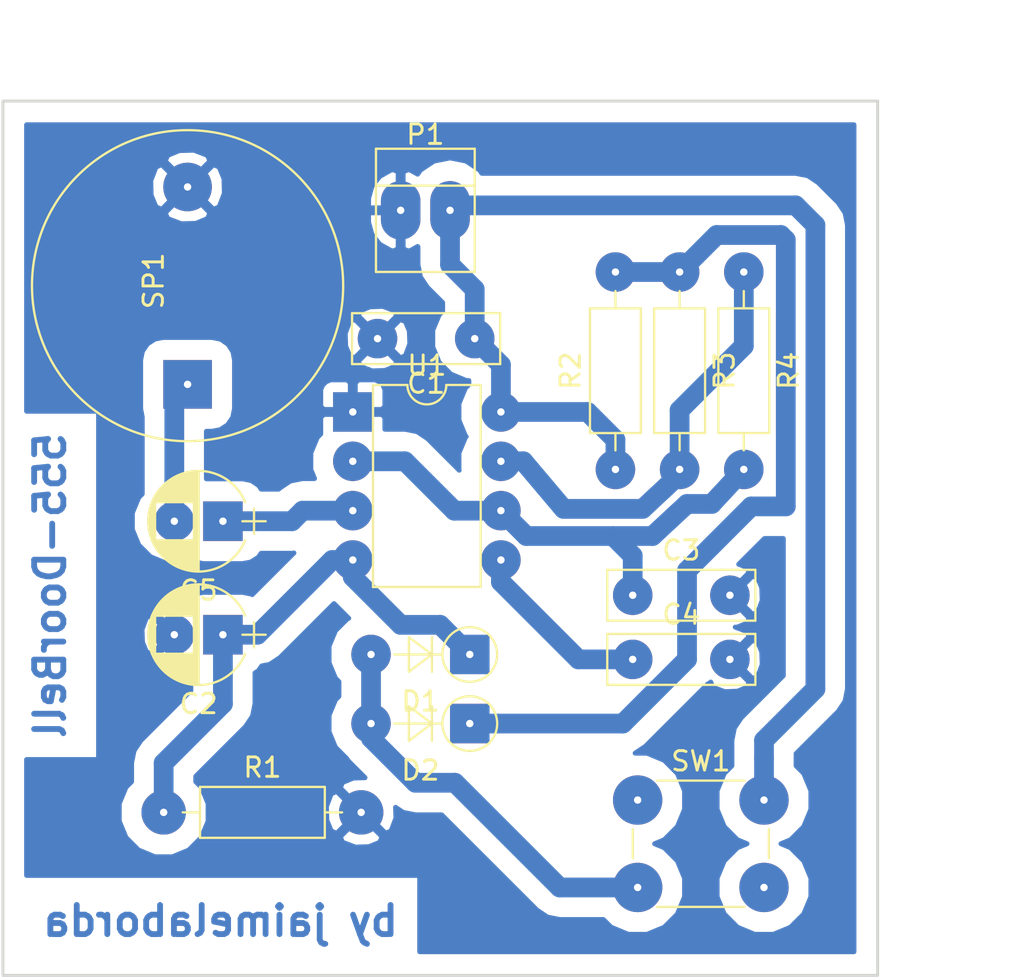
<source format=kicad_pcb>
(kicad_pcb (version 4) (host pcbnew 4.0.4-stable)

  (general
    (links 28)
    (no_connects 2)
    (area 119.924999 76.8 176.35 126.575001)
    (thickness 1.6)
    (drawings 8)
    (tracks 69)
    (zones 0)
    (modules 15)
    (nets 11)
  )

  (page A4)
  (title_block
    (title "555 DOORBELL")
    (date 2017-05-27)
    (rev v1)
    (company "JAIME LABORDA")
  )

  (layers
    (0 F.Cu signal hide)
    (31 B.Cu signal)
    (32 B.Adhes user)
    (33 F.Adhes user)
    (34 B.Paste user)
    (35 F.Paste user)
    (36 B.SilkS user)
    (37 F.SilkS user)
    (38 B.Mask user)
    (39 F.Mask user)
    (40 Dwgs.User user)
    (41 Cmts.User user)
    (42 Eco1.User user)
    (43 Eco2.User user)
    (44 Edge.Cuts user)
    (45 Margin user)
    (46 B.CrtYd user)
    (47 F.CrtYd user)
    (48 B.Fab user)
    (49 F.Fab user)
  )

  (setup
    (last_trace_width 1.016)
    (trace_clearance 0.2)
    (zone_clearance 1.016)
    (zone_45_only no)
    (trace_min 0.2)
    (segment_width 0.2)
    (edge_width 0.15)
    (via_size 0.6)
    (via_drill 0.4)
    (via_min_size 0.4)
    (via_min_drill 0.3)
    (uvia_size 0.3)
    (uvia_drill 0.1)
    (uvias_allowed no)
    (uvia_min_size 0.2)
    (uvia_min_drill 0.1)
    (pcb_text_width 0.3)
    (pcb_text_size 1.5 1.5)
    (mod_edge_width 0.15)
    (mod_text_size 1 1)
    (mod_text_width 0.15)
    (pad_size 2.032 2.032)
    (pad_drill 0.381)
    (pad_to_mask_clearance 0.2)
    (aux_axis_origin 120.015 126.492)
    (visible_elements 7FFFFFFF)
    (pcbplotparams
      (layerselection 0x01020_00000000)
      (usegerberextensions false)
      (excludeedgelayer false)
      (linewidth 0.050000)
      (plotframeref false)
      (viasonmask false)
      (mode 1)
      (useauxorigin false)
      (hpglpennumber 1)
      (hpglpenspeed 20)
      (hpglpendiameter 15)
      (hpglpenoverlay 2)
      (psnegative false)
      (psa4output false)
      (plotreference false)
      (plotvalue true)
      (plotinvisibletext false)
      (padsonsilk true)
      (subtractmaskfromsilk false)
      (outputformat 4)
      (mirror false)
      (drillshape 1)
      (scaleselection 1)
      (outputdirectory ""))
  )

  (net 0 "")
  (net 1 VCC)
  (net 2 GND)
  (net 3 "Net-(C2-Pad1)")
  (net 4 "Net-(C3-Pad1)")
  (net 5 "Net-(C4-Pad1)")
  (net 6 "Net-(C5-Pad1)")
  (net 7 "Net-(C5-Pad2)")
  (net 8 "Net-(D1-Pad2)")
  (net 9 "Net-(D2-Pad1)")
  (net 10 "Net-(R3-Pad2)")

  (net_class Default "This is the default net class."
    (clearance 0.2)
    (trace_width 1.016)
    (via_dia 0.6)
    (via_drill 0.4)
    (uvia_dia 0.3)
    (uvia_drill 0.1)
    (add_net GND)
    (add_net "Net-(C2-Pad1)")
    (add_net "Net-(C3-Pad1)")
    (add_net "Net-(C4-Pad1)")
    (add_net "Net-(C5-Pad1)")
    (add_net "Net-(C5-Pad2)")
    (add_net "Net-(D1-Pad2)")
    (add_net "Net-(D2-Pad1)")
    (add_net "Net-(R3-Pad2)")
    (add_net VCC)
  )

  (module Buzzers_Beepers:BUZZER (layer F.Cu) (tedit 592C668F) (tstamp 5929ECD2)
    (at 129.5 91 90)
    (path /5929EF7A)
    (fp_text reference SP1 (at 0.24892 -1.75006 90) (layer F.SilkS)
      (effects (font (size 1 1) (thickness 0.15)))
    )
    (fp_text value SPEAKER (at 0 1.50114 90) (layer F.Fab)
      (effects (font (size 1 1) (thickness 0.15)))
    )
    (fp_circle (center 0 0) (end 8.001 0.24892) (layer F.SilkS) (width 0.12))
    (pad 2 thru_hole circle (at 5.08 0 90) (size 2.49936 2.49936) (drill 0.381) (layers *.Cu *.Mask)
      (net 2 GND))
    (pad 1 thru_hole rect (at -5.08 0 90) (size 2.49936 2.49936) (drill 0.381) (layers *.Cu *.Mask)
      (net 7 "Net-(C5-Pad2)"))
  )

  (module Capacitors_ThroughHole:C_Disc_D7.5mm_W2.5mm_P5.00mm (layer F.Cu) (tedit 592C679C) (tstamp 5929EB1C)
    (at 144.272 93.726 180)
    (descr "C, Disc series, Radial, pin pitch=5.00mm, , diameter*width=7.5*2.5mm^2, Capacitor, http://www.vishay.com/docs/28535/vy2series.pdf")
    (tags "C Disc series Radial pin pitch 5.00mm  diameter 7.5mm width 2.5mm Capacitor")
    (path /5929DFBF)
    (fp_text reference C1 (at 2.5 -2.31 180) (layer F.SilkS)
      (effects (font (size 1 1) (thickness 0.15)))
    )
    (fp_text value 10n (at 2.5 2.31 180) (layer F.Fab)
      (effects (font (size 1 1) (thickness 0.15)))
    )
    (fp_text user %R (at 2.5 0 180) (layer F.Fab)
      (effects (font (size 1 1) (thickness 0.15)))
    )
    (fp_line (start -1.25 -1.25) (end -1.25 1.25) (layer F.Fab) (width 0.1))
    (fp_line (start -1.25 1.25) (end 6.25 1.25) (layer F.Fab) (width 0.1))
    (fp_line (start 6.25 1.25) (end 6.25 -1.25) (layer F.Fab) (width 0.1))
    (fp_line (start 6.25 -1.25) (end -1.25 -1.25) (layer F.Fab) (width 0.1))
    (fp_line (start -1.31 -1.31) (end 6.31 -1.31) (layer F.SilkS) (width 0.12))
    (fp_line (start -1.31 1.31) (end 6.31 1.31) (layer F.SilkS) (width 0.12))
    (fp_line (start -1.31 -1.31) (end -1.31 1.31) (layer F.SilkS) (width 0.12))
    (fp_line (start 6.31 -1.31) (end 6.31 1.31) (layer F.SilkS) (width 0.12))
    (fp_line (start -1.6 -1.6) (end -1.6 1.6) (layer F.CrtYd) (width 0.05))
    (fp_line (start -1.6 1.6) (end 6.6 1.6) (layer F.CrtYd) (width 0.05))
    (fp_line (start 6.6 1.6) (end 6.6 -1.6) (layer F.CrtYd) (width 0.05))
    (fp_line (start 6.6 -1.6) (end -1.6 -1.6) (layer F.CrtYd) (width 0.05))
    (pad 1 thru_hole circle (at 0 0 180) (size 2.032 2.032) (drill 0.381) (layers *.Cu *.Mask)
      (net 1 VCC))
    (pad 2 thru_hole circle (at 5 0 180) (size 2.032 2.032) (drill 0.381) (layers *.Cu *.Mask)
      (net 2 GND))
    (model ${KISYS3DMOD}/Capacitors_THT.3dshapes/C_Disc_D7.5mm_W2.5mm_P5.00mm.wrl
      (at (xyz 0 0 0))
      (scale (xyz 0.393701 0.393701 0.393701))
      (rotate (xyz 0 0 0))
    )
  )

  (module Capacitors_ThroughHole:CP_Radial_D5.0mm_P2.50mm (layer F.Cu) (tedit 592C6712) (tstamp 5929EBA1)
    (at 131.318 108.966 180)
    (descr "CP, Radial series, Radial, pin pitch=2.50mm, , diameter=5mm, Electrolytic Capacitor")
    (tags "CP Radial series Radial pin pitch 2.50mm  diameter 5mm Electrolytic Capacitor")
    (path /5929E3FE)
    (fp_text reference C2 (at 1.25 -3.56 180) (layer F.SilkS)
      (effects (font (size 1 1) (thickness 0.15)))
    )
    (fp_text value 10u (at 1.25 3.56 180) (layer F.Fab)
      (effects (font (size 1 1) (thickness 0.15)))
    )
    (fp_text user %R (at 0.775 0 180) (layer F.Fab)
      (effects (font (size 1 1) (thickness 0.15)))
    )
    (fp_line (start -2.2 0) (end -1 0) (layer F.Fab) (width 0.1))
    (fp_line (start -1.6 -0.65) (end -1.6 0.65) (layer F.Fab) (width 0.1))
    (fp_line (start 1.25 -2.55) (end 1.25 2.55) (layer F.SilkS) (width 0.12))
    (fp_line (start 1.29 -2.55) (end 1.29 2.55) (layer F.SilkS) (width 0.12))
    (fp_line (start 1.33 -2.549) (end 1.33 2.549) (layer F.SilkS) (width 0.12))
    (fp_line (start 1.37 -2.548) (end 1.37 2.548) (layer F.SilkS) (width 0.12))
    (fp_line (start 1.41 -2.546) (end 1.41 2.546) (layer F.SilkS) (width 0.12))
    (fp_line (start 1.45 -2.543) (end 1.45 2.543) (layer F.SilkS) (width 0.12))
    (fp_line (start 1.49 -2.539) (end 1.49 2.539) (layer F.SilkS) (width 0.12))
    (fp_line (start 1.53 -2.535) (end 1.53 -0.98) (layer F.SilkS) (width 0.12))
    (fp_line (start 1.53 0.98) (end 1.53 2.535) (layer F.SilkS) (width 0.12))
    (fp_line (start 1.57 -2.531) (end 1.57 -0.98) (layer F.SilkS) (width 0.12))
    (fp_line (start 1.57 0.98) (end 1.57 2.531) (layer F.SilkS) (width 0.12))
    (fp_line (start 1.61 -2.525) (end 1.61 -0.98) (layer F.SilkS) (width 0.12))
    (fp_line (start 1.61 0.98) (end 1.61 2.525) (layer F.SilkS) (width 0.12))
    (fp_line (start 1.65 -2.519) (end 1.65 -0.98) (layer F.SilkS) (width 0.12))
    (fp_line (start 1.65 0.98) (end 1.65 2.519) (layer F.SilkS) (width 0.12))
    (fp_line (start 1.69 -2.513) (end 1.69 -0.98) (layer F.SilkS) (width 0.12))
    (fp_line (start 1.69 0.98) (end 1.69 2.513) (layer F.SilkS) (width 0.12))
    (fp_line (start 1.73 -2.506) (end 1.73 -0.98) (layer F.SilkS) (width 0.12))
    (fp_line (start 1.73 0.98) (end 1.73 2.506) (layer F.SilkS) (width 0.12))
    (fp_line (start 1.77 -2.498) (end 1.77 -0.98) (layer F.SilkS) (width 0.12))
    (fp_line (start 1.77 0.98) (end 1.77 2.498) (layer F.SilkS) (width 0.12))
    (fp_line (start 1.81 -2.489) (end 1.81 -0.98) (layer F.SilkS) (width 0.12))
    (fp_line (start 1.81 0.98) (end 1.81 2.489) (layer F.SilkS) (width 0.12))
    (fp_line (start 1.85 -2.48) (end 1.85 -0.98) (layer F.SilkS) (width 0.12))
    (fp_line (start 1.85 0.98) (end 1.85 2.48) (layer F.SilkS) (width 0.12))
    (fp_line (start 1.89 -2.47) (end 1.89 -0.98) (layer F.SilkS) (width 0.12))
    (fp_line (start 1.89 0.98) (end 1.89 2.47) (layer F.SilkS) (width 0.12))
    (fp_line (start 1.93 -2.46) (end 1.93 -0.98) (layer F.SilkS) (width 0.12))
    (fp_line (start 1.93 0.98) (end 1.93 2.46) (layer F.SilkS) (width 0.12))
    (fp_line (start 1.971 -2.448) (end 1.971 -0.98) (layer F.SilkS) (width 0.12))
    (fp_line (start 1.971 0.98) (end 1.971 2.448) (layer F.SilkS) (width 0.12))
    (fp_line (start 2.011 -2.436) (end 2.011 -0.98) (layer F.SilkS) (width 0.12))
    (fp_line (start 2.011 0.98) (end 2.011 2.436) (layer F.SilkS) (width 0.12))
    (fp_line (start 2.051 -2.424) (end 2.051 -0.98) (layer F.SilkS) (width 0.12))
    (fp_line (start 2.051 0.98) (end 2.051 2.424) (layer F.SilkS) (width 0.12))
    (fp_line (start 2.091 -2.41) (end 2.091 -0.98) (layer F.SilkS) (width 0.12))
    (fp_line (start 2.091 0.98) (end 2.091 2.41) (layer F.SilkS) (width 0.12))
    (fp_line (start 2.131 -2.396) (end 2.131 -0.98) (layer F.SilkS) (width 0.12))
    (fp_line (start 2.131 0.98) (end 2.131 2.396) (layer F.SilkS) (width 0.12))
    (fp_line (start 2.171 -2.382) (end 2.171 -0.98) (layer F.SilkS) (width 0.12))
    (fp_line (start 2.171 0.98) (end 2.171 2.382) (layer F.SilkS) (width 0.12))
    (fp_line (start 2.211 -2.366) (end 2.211 -0.98) (layer F.SilkS) (width 0.12))
    (fp_line (start 2.211 0.98) (end 2.211 2.366) (layer F.SilkS) (width 0.12))
    (fp_line (start 2.251 -2.35) (end 2.251 -0.98) (layer F.SilkS) (width 0.12))
    (fp_line (start 2.251 0.98) (end 2.251 2.35) (layer F.SilkS) (width 0.12))
    (fp_line (start 2.291 -2.333) (end 2.291 -0.98) (layer F.SilkS) (width 0.12))
    (fp_line (start 2.291 0.98) (end 2.291 2.333) (layer F.SilkS) (width 0.12))
    (fp_line (start 2.331 -2.315) (end 2.331 -0.98) (layer F.SilkS) (width 0.12))
    (fp_line (start 2.331 0.98) (end 2.331 2.315) (layer F.SilkS) (width 0.12))
    (fp_line (start 2.371 -2.296) (end 2.371 -0.98) (layer F.SilkS) (width 0.12))
    (fp_line (start 2.371 0.98) (end 2.371 2.296) (layer F.SilkS) (width 0.12))
    (fp_line (start 2.411 -2.276) (end 2.411 -0.98) (layer F.SilkS) (width 0.12))
    (fp_line (start 2.411 0.98) (end 2.411 2.276) (layer F.SilkS) (width 0.12))
    (fp_line (start 2.451 -2.256) (end 2.451 -0.98) (layer F.SilkS) (width 0.12))
    (fp_line (start 2.451 0.98) (end 2.451 2.256) (layer F.SilkS) (width 0.12))
    (fp_line (start 2.491 -2.234) (end 2.491 -0.98) (layer F.SilkS) (width 0.12))
    (fp_line (start 2.491 0.98) (end 2.491 2.234) (layer F.SilkS) (width 0.12))
    (fp_line (start 2.531 -2.212) (end 2.531 -0.98) (layer F.SilkS) (width 0.12))
    (fp_line (start 2.531 0.98) (end 2.531 2.212) (layer F.SilkS) (width 0.12))
    (fp_line (start 2.571 -2.189) (end 2.571 -0.98) (layer F.SilkS) (width 0.12))
    (fp_line (start 2.571 0.98) (end 2.571 2.189) (layer F.SilkS) (width 0.12))
    (fp_line (start 2.611 -2.165) (end 2.611 -0.98) (layer F.SilkS) (width 0.12))
    (fp_line (start 2.611 0.98) (end 2.611 2.165) (layer F.SilkS) (width 0.12))
    (fp_line (start 2.651 -2.14) (end 2.651 -0.98) (layer F.SilkS) (width 0.12))
    (fp_line (start 2.651 0.98) (end 2.651 2.14) (layer F.SilkS) (width 0.12))
    (fp_line (start 2.691 -2.113) (end 2.691 -0.98) (layer F.SilkS) (width 0.12))
    (fp_line (start 2.691 0.98) (end 2.691 2.113) (layer F.SilkS) (width 0.12))
    (fp_line (start 2.731 -2.086) (end 2.731 -0.98) (layer F.SilkS) (width 0.12))
    (fp_line (start 2.731 0.98) (end 2.731 2.086) (layer F.SilkS) (width 0.12))
    (fp_line (start 2.771 -2.058) (end 2.771 -0.98) (layer F.SilkS) (width 0.12))
    (fp_line (start 2.771 0.98) (end 2.771 2.058) (layer F.SilkS) (width 0.12))
    (fp_line (start 2.811 -2.028) (end 2.811 -0.98) (layer F.SilkS) (width 0.12))
    (fp_line (start 2.811 0.98) (end 2.811 2.028) (layer F.SilkS) (width 0.12))
    (fp_line (start 2.851 -1.997) (end 2.851 -0.98) (layer F.SilkS) (width 0.12))
    (fp_line (start 2.851 0.98) (end 2.851 1.997) (layer F.SilkS) (width 0.12))
    (fp_line (start 2.891 -1.965) (end 2.891 -0.98) (layer F.SilkS) (width 0.12))
    (fp_line (start 2.891 0.98) (end 2.891 1.965) (layer F.SilkS) (width 0.12))
    (fp_line (start 2.931 -1.932) (end 2.931 -0.98) (layer F.SilkS) (width 0.12))
    (fp_line (start 2.931 0.98) (end 2.931 1.932) (layer F.SilkS) (width 0.12))
    (fp_line (start 2.971 -1.897) (end 2.971 -0.98) (layer F.SilkS) (width 0.12))
    (fp_line (start 2.971 0.98) (end 2.971 1.897) (layer F.SilkS) (width 0.12))
    (fp_line (start 3.011 -1.861) (end 3.011 -0.98) (layer F.SilkS) (width 0.12))
    (fp_line (start 3.011 0.98) (end 3.011 1.861) (layer F.SilkS) (width 0.12))
    (fp_line (start 3.051 -1.823) (end 3.051 -0.98) (layer F.SilkS) (width 0.12))
    (fp_line (start 3.051 0.98) (end 3.051 1.823) (layer F.SilkS) (width 0.12))
    (fp_line (start 3.091 -1.783) (end 3.091 -0.98) (layer F.SilkS) (width 0.12))
    (fp_line (start 3.091 0.98) (end 3.091 1.783) (layer F.SilkS) (width 0.12))
    (fp_line (start 3.131 -1.742) (end 3.131 -0.98) (layer F.SilkS) (width 0.12))
    (fp_line (start 3.131 0.98) (end 3.131 1.742) (layer F.SilkS) (width 0.12))
    (fp_line (start 3.171 -1.699) (end 3.171 -0.98) (layer F.SilkS) (width 0.12))
    (fp_line (start 3.171 0.98) (end 3.171 1.699) (layer F.SilkS) (width 0.12))
    (fp_line (start 3.211 -1.654) (end 3.211 -0.98) (layer F.SilkS) (width 0.12))
    (fp_line (start 3.211 0.98) (end 3.211 1.654) (layer F.SilkS) (width 0.12))
    (fp_line (start 3.251 -1.606) (end 3.251 -0.98) (layer F.SilkS) (width 0.12))
    (fp_line (start 3.251 0.98) (end 3.251 1.606) (layer F.SilkS) (width 0.12))
    (fp_line (start 3.291 -1.556) (end 3.291 -0.98) (layer F.SilkS) (width 0.12))
    (fp_line (start 3.291 0.98) (end 3.291 1.556) (layer F.SilkS) (width 0.12))
    (fp_line (start 3.331 -1.504) (end 3.331 -0.98) (layer F.SilkS) (width 0.12))
    (fp_line (start 3.331 0.98) (end 3.331 1.504) (layer F.SilkS) (width 0.12))
    (fp_line (start 3.371 -1.448) (end 3.371 -0.98) (layer F.SilkS) (width 0.12))
    (fp_line (start 3.371 0.98) (end 3.371 1.448) (layer F.SilkS) (width 0.12))
    (fp_line (start 3.411 -1.39) (end 3.411 -0.98) (layer F.SilkS) (width 0.12))
    (fp_line (start 3.411 0.98) (end 3.411 1.39) (layer F.SilkS) (width 0.12))
    (fp_line (start 3.451 -1.327) (end 3.451 -0.98) (layer F.SilkS) (width 0.12))
    (fp_line (start 3.451 0.98) (end 3.451 1.327) (layer F.SilkS) (width 0.12))
    (fp_line (start 3.491 -1.261) (end 3.491 1.261) (layer F.SilkS) (width 0.12))
    (fp_line (start 3.531 -1.189) (end 3.531 1.189) (layer F.SilkS) (width 0.12))
    (fp_line (start 3.571 -1.112) (end 3.571 1.112) (layer F.SilkS) (width 0.12))
    (fp_line (start 3.611 -1.028) (end 3.611 1.028) (layer F.SilkS) (width 0.12))
    (fp_line (start 3.651 -0.934) (end 3.651 0.934) (layer F.SilkS) (width 0.12))
    (fp_line (start 3.691 -0.829) (end 3.691 0.829) (layer F.SilkS) (width 0.12))
    (fp_line (start 3.731 -0.707) (end 3.731 0.707) (layer F.SilkS) (width 0.12))
    (fp_line (start 3.771 -0.559) (end 3.771 0.559) (layer F.SilkS) (width 0.12))
    (fp_line (start 3.811 -0.354) (end 3.811 0.354) (layer F.SilkS) (width 0.12))
    (fp_line (start -2.2 0) (end -1 0) (layer F.SilkS) (width 0.12))
    (fp_line (start -1.6 -0.65) (end -1.6 0.65) (layer F.SilkS) (width 0.12))
    (fp_line (start -1.6 -2.85) (end -1.6 2.85) (layer F.CrtYd) (width 0.05))
    (fp_line (start -1.6 2.85) (end 4.1 2.85) (layer F.CrtYd) (width 0.05))
    (fp_line (start 4.1 2.85) (end 4.1 -2.85) (layer F.CrtYd) (width 0.05))
    (fp_line (start 4.1 -2.85) (end -1.6 -2.85) (layer F.CrtYd) (width 0.05))
    (fp_circle (center 1.25 0) (end 3.75 0) (layer F.Fab) (width 0.1))
    (fp_arc (start 1.25 0) (end -1.147436 -0.98) (angle 135.5) (layer F.SilkS) (width 0.12))
    (fp_arc (start 1.25 0) (end -1.147436 0.98) (angle -135.5) (layer F.SilkS) (width 0.12))
    (fp_arc (start 1.25 0) (end 3.647436 -0.98) (angle 44.5) (layer F.SilkS) (width 0.12))
    (pad 1 thru_hole rect (at 0 0 180) (size 2.032 2.032) (drill 0.381) (layers *.Cu *.Mask)
      (net 3 "Net-(C2-Pad1)"))
    (pad 2 thru_hole circle (at 2.5 0 180) (size 2.032 2.032) (drill 0.381) (layers *.Cu *.Mask)
      (net 2 GND))
    (model ${KISYS3DMOD}/Capacitors_THT.3dshapes/CP_Radial_D5.0mm_P2.50mm.wrl
      (at (xyz 0 0 0))
      (scale (xyz 0.393701 0.393701 0.393701))
      (rotate (xyz 0 0 0))
    )
  )

  (module Capacitors_ThroughHole:C_Disc_D7.5mm_W2.5mm_P5.00mm (layer F.Cu) (tedit 592C6559) (tstamp 5929EBB4)
    (at 152.4 106.934)
    (descr "C, Disc series, Radial, pin pitch=5.00mm, , diameter*width=7.5*2.5mm^2, Capacitor, http://www.vishay.com/docs/28535/vy2series.pdf")
    (tags "C Disc series Radial pin pitch 5.00mm  diameter 7.5mm width 2.5mm Capacitor")
    (path /5929E7B9)
    (fp_text reference C3 (at 2.5 -2.31) (layer F.SilkS)
      (effects (font (size 1 1) (thickness 0.15)))
    )
    (fp_text value 10n (at 2.5 2.31) (layer F.Fab)
      (effects (font (size 1 1) (thickness 0.15)))
    )
    (fp_text user %R (at 2.5 0) (layer F.Fab)
      (effects (font (size 1 1) (thickness 0.15)))
    )
    (fp_line (start -1.25 -1.25) (end -1.25 1.25) (layer F.Fab) (width 0.1))
    (fp_line (start -1.25 1.25) (end 6.25 1.25) (layer F.Fab) (width 0.1))
    (fp_line (start 6.25 1.25) (end 6.25 -1.25) (layer F.Fab) (width 0.1))
    (fp_line (start 6.25 -1.25) (end -1.25 -1.25) (layer F.Fab) (width 0.1))
    (fp_line (start -1.31 -1.31) (end 6.31 -1.31) (layer F.SilkS) (width 0.12))
    (fp_line (start -1.31 1.31) (end 6.31 1.31) (layer F.SilkS) (width 0.12))
    (fp_line (start -1.31 -1.31) (end -1.31 1.31) (layer F.SilkS) (width 0.12))
    (fp_line (start 6.31 -1.31) (end 6.31 1.31) (layer F.SilkS) (width 0.12))
    (fp_line (start -1.6 -1.6) (end -1.6 1.6) (layer F.CrtYd) (width 0.05))
    (fp_line (start -1.6 1.6) (end 6.6 1.6) (layer F.CrtYd) (width 0.05))
    (fp_line (start 6.6 1.6) (end 6.6 -1.6) (layer F.CrtYd) (width 0.05))
    (fp_line (start 6.6 -1.6) (end -1.6 -1.6) (layer F.CrtYd) (width 0.05))
    (pad 1 thru_hole circle (at 0 0) (size 2.032 2.032) (drill 0.381) (layers *.Cu *.Mask)
      (net 4 "Net-(C3-Pad1)"))
    (pad 2 thru_hole circle (at 5 0) (size 2.032 2.032) (drill 0.381) (layers *.Cu *.Mask)
      (net 2 GND))
    (model ${KISYS3DMOD}/Capacitors_THT.3dshapes/C_Disc_D7.5mm_W2.5mm_P5.00mm.wrl
      (at (xyz 0 0 0))
      (scale (xyz 0.393701 0.393701 0.393701))
      (rotate (xyz 0 0 0))
    )
  )

  (module Capacitors_ThroughHole:C_Disc_D7.5mm_W2.5mm_P5.00mm (layer F.Cu) (tedit 592C6567) (tstamp 5929EBC7)
    (at 152.4 110.236)
    (descr "C, Disc series, Radial, pin pitch=5.00mm, , diameter*width=7.5*2.5mm^2, Capacitor, http://www.vishay.com/docs/28535/vy2series.pdf")
    (tags "C Disc series Radial pin pitch 5.00mm  diameter 7.5mm width 2.5mm Capacitor")
    (path /592A7EA0)
    (fp_text reference C4 (at 2.5 -2.31) (layer F.SilkS)
      (effects (font (size 1 1) (thickness 0.15)))
    )
    (fp_text value 10n (at 2.5 2.31) (layer F.Fab)
      (effects (font (size 1 1) (thickness 0.15)))
    )
    (fp_text user %R (at 2.5 0) (layer F.Fab)
      (effects (font (size 1 1) (thickness 0.15)))
    )
    (fp_line (start -1.25 -1.25) (end -1.25 1.25) (layer F.Fab) (width 0.1))
    (fp_line (start -1.25 1.25) (end 6.25 1.25) (layer F.Fab) (width 0.1))
    (fp_line (start 6.25 1.25) (end 6.25 -1.25) (layer F.Fab) (width 0.1))
    (fp_line (start 6.25 -1.25) (end -1.25 -1.25) (layer F.Fab) (width 0.1))
    (fp_line (start -1.31 -1.31) (end 6.31 -1.31) (layer F.SilkS) (width 0.12))
    (fp_line (start -1.31 1.31) (end 6.31 1.31) (layer F.SilkS) (width 0.12))
    (fp_line (start -1.31 -1.31) (end -1.31 1.31) (layer F.SilkS) (width 0.12))
    (fp_line (start 6.31 -1.31) (end 6.31 1.31) (layer F.SilkS) (width 0.12))
    (fp_line (start -1.6 -1.6) (end -1.6 1.6) (layer F.CrtYd) (width 0.05))
    (fp_line (start -1.6 1.6) (end 6.6 1.6) (layer F.CrtYd) (width 0.05))
    (fp_line (start 6.6 1.6) (end 6.6 -1.6) (layer F.CrtYd) (width 0.05))
    (fp_line (start 6.6 -1.6) (end -1.6 -1.6) (layer F.CrtYd) (width 0.05))
    (pad 1 thru_hole circle (at 0 0) (size 2.032 2.032) (drill 0.381) (layers *.Cu *.Mask)
      (net 5 "Net-(C4-Pad1)"))
    (pad 2 thru_hole circle (at 5 0) (size 2.032 2.032) (drill 0.381) (layers *.Cu *.Mask)
      (net 2 GND))
    (model ${KISYS3DMOD}/Capacitors_THT.3dshapes/C_Disc_D7.5mm_W2.5mm_P5.00mm.wrl
      (at (xyz 0 0 0))
      (scale (xyz 0.393701 0.393701 0.393701))
      (rotate (xyz 0 0 0))
    )
  )

  (module Capacitors_ThroughHole:CP_Radial_D5.0mm_P2.50mm (layer F.Cu) (tedit 592C66F9) (tstamp 5929EC4C)
    (at 131.318 103.124 180)
    (descr "CP, Radial series, Radial, pin pitch=2.50mm, , diameter=5mm, Electrolytic Capacitor")
    (tags "CP Radial series Radial pin pitch 2.50mm  diameter 5mm Electrolytic Capacitor")
    (path /5929EF21)
    (fp_text reference C5 (at 1.25 -3.56 180) (layer F.SilkS)
      (effects (font (size 1 1) (thickness 0.15)))
    )
    (fp_text value 10u (at 1.25 3.56 180) (layer F.Fab)
      (effects (font (size 1 1) (thickness 0.15)))
    )
    (fp_text user %R (at 0.775 0 180) (layer F.Fab)
      (effects (font (size 1 1) (thickness 0.15)))
    )
    (fp_line (start -2.2 0) (end -1 0) (layer F.Fab) (width 0.1))
    (fp_line (start -1.6 -0.65) (end -1.6 0.65) (layer F.Fab) (width 0.1))
    (fp_line (start 1.25 -2.55) (end 1.25 2.55) (layer F.SilkS) (width 0.12))
    (fp_line (start 1.29 -2.55) (end 1.29 2.55) (layer F.SilkS) (width 0.12))
    (fp_line (start 1.33 -2.549) (end 1.33 2.549) (layer F.SilkS) (width 0.12))
    (fp_line (start 1.37 -2.548) (end 1.37 2.548) (layer F.SilkS) (width 0.12))
    (fp_line (start 1.41 -2.546) (end 1.41 2.546) (layer F.SilkS) (width 0.12))
    (fp_line (start 1.45 -2.543) (end 1.45 2.543) (layer F.SilkS) (width 0.12))
    (fp_line (start 1.49 -2.539) (end 1.49 2.539) (layer F.SilkS) (width 0.12))
    (fp_line (start 1.53 -2.535) (end 1.53 -0.98) (layer F.SilkS) (width 0.12))
    (fp_line (start 1.53 0.98) (end 1.53 2.535) (layer F.SilkS) (width 0.12))
    (fp_line (start 1.57 -2.531) (end 1.57 -0.98) (layer F.SilkS) (width 0.12))
    (fp_line (start 1.57 0.98) (end 1.57 2.531) (layer F.SilkS) (width 0.12))
    (fp_line (start 1.61 -2.525) (end 1.61 -0.98) (layer F.SilkS) (width 0.12))
    (fp_line (start 1.61 0.98) (end 1.61 2.525) (layer F.SilkS) (width 0.12))
    (fp_line (start 1.65 -2.519) (end 1.65 -0.98) (layer F.SilkS) (width 0.12))
    (fp_line (start 1.65 0.98) (end 1.65 2.519) (layer F.SilkS) (width 0.12))
    (fp_line (start 1.69 -2.513) (end 1.69 -0.98) (layer F.SilkS) (width 0.12))
    (fp_line (start 1.69 0.98) (end 1.69 2.513) (layer F.SilkS) (width 0.12))
    (fp_line (start 1.73 -2.506) (end 1.73 -0.98) (layer F.SilkS) (width 0.12))
    (fp_line (start 1.73 0.98) (end 1.73 2.506) (layer F.SilkS) (width 0.12))
    (fp_line (start 1.77 -2.498) (end 1.77 -0.98) (layer F.SilkS) (width 0.12))
    (fp_line (start 1.77 0.98) (end 1.77 2.498) (layer F.SilkS) (width 0.12))
    (fp_line (start 1.81 -2.489) (end 1.81 -0.98) (layer F.SilkS) (width 0.12))
    (fp_line (start 1.81 0.98) (end 1.81 2.489) (layer F.SilkS) (width 0.12))
    (fp_line (start 1.85 -2.48) (end 1.85 -0.98) (layer F.SilkS) (width 0.12))
    (fp_line (start 1.85 0.98) (end 1.85 2.48) (layer F.SilkS) (width 0.12))
    (fp_line (start 1.89 -2.47) (end 1.89 -0.98) (layer F.SilkS) (width 0.12))
    (fp_line (start 1.89 0.98) (end 1.89 2.47) (layer F.SilkS) (width 0.12))
    (fp_line (start 1.93 -2.46) (end 1.93 -0.98) (layer F.SilkS) (width 0.12))
    (fp_line (start 1.93 0.98) (end 1.93 2.46) (layer F.SilkS) (width 0.12))
    (fp_line (start 1.971 -2.448) (end 1.971 -0.98) (layer F.SilkS) (width 0.12))
    (fp_line (start 1.971 0.98) (end 1.971 2.448) (layer F.SilkS) (width 0.12))
    (fp_line (start 2.011 -2.436) (end 2.011 -0.98) (layer F.SilkS) (width 0.12))
    (fp_line (start 2.011 0.98) (end 2.011 2.436) (layer F.SilkS) (width 0.12))
    (fp_line (start 2.051 -2.424) (end 2.051 -0.98) (layer F.SilkS) (width 0.12))
    (fp_line (start 2.051 0.98) (end 2.051 2.424) (layer F.SilkS) (width 0.12))
    (fp_line (start 2.091 -2.41) (end 2.091 -0.98) (layer F.SilkS) (width 0.12))
    (fp_line (start 2.091 0.98) (end 2.091 2.41) (layer F.SilkS) (width 0.12))
    (fp_line (start 2.131 -2.396) (end 2.131 -0.98) (layer F.SilkS) (width 0.12))
    (fp_line (start 2.131 0.98) (end 2.131 2.396) (layer F.SilkS) (width 0.12))
    (fp_line (start 2.171 -2.382) (end 2.171 -0.98) (layer F.SilkS) (width 0.12))
    (fp_line (start 2.171 0.98) (end 2.171 2.382) (layer F.SilkS) (width 0.12))
    (fp_line (start 2.211 -2.366) (end 2.211 -0.98) (layer F.SilkS) (width 0.12))
    (fp_line (start 2.211 0.98) (end 2.211 2.366) (layer F.SilkS) (width 0.12))
    (fp_line (start 2.251 -2.35) (end 2.251 -0.98) (layer F.SilkS) (width 0.12))
    (fp_line (start 2.251 0.98) (end 2.251 2.35) (layer F.SilkS) (width 0.12))
    (fp_line (start 2.291 -2.333) (end 2.291 -0.98) (layer F.SilkS) (width 0.12))
    (fp_line (start 2.291 0.98) (end 2.291 2.333) (layer F.SilkS) (width 0.12))
    (fp_line (start 2.331 -2.315) (end 2.331 -0.98) (layer F.SilkS) (width 0.12))
    (fp_line (start 2.331 0.98) (end 2.331 2.315) (layer F.SilkS) (width 0.12))
    (fp_line (start 2.371 -2.296) (end 2.371 -0.98) (layer F.SilkS) (width 0.12))
    (fp_line (start 2.371 0.98) (end 2.371 2.296) (layer F.SilkS) (width 0.12))
    (fp_line (start 2.411 -2.276) (end 2.411 -0.98) (layer F.SilkS) (width 0.12))
    (fp_line (start 2.411 0.98) (end 2.411 2.276) (layer F.SilkS) (width 0.12))
    (fp_line (start 2.451 -2.256) (end 2.451 -0.98) (layer F.SilkS) (width 0.12))
    (fp_line (start 2.451 0.98) (end 2.451 2.256) (layer F.SilkS) (width 0.12))
    (fp_line (start 2.491 -2.234) (end 2.491 -0.98) (layer F.SilkS) (width 0.12))
    (fp_line (start 2.491 0.98) (end 2.491 2.234) (layer F.SilkS) (width 0.12))
    (fp_line (start 2.531 -2.212) (end 2.531 -0.98) (layer F.SilkS) (width 0.12))
    (fp_line (start 2.531 0.98) (end 2.531 2.212) (layer F.SilkS) (width 0.12))
    (fp_line (start 2.571 -2.189) (end 2.571 -0.98) (layer F.SilkS) (width 0.12))
    (fp_line (start 2.571 0.98) (end 2.571 2.189) (layer F.SilkS) (width 0.12))
    (fp_line (start 2.611 -2.165) (end 2.611 -0.98) (layer F.SilkS) (width 0.12))
    (fp_line (start 2.611 0.98) (end 2.611 2.165) (layer F.SilkS) (width 0.12))
    (fp_line (start 2.651 -2.14) (end 2.651 -0.98) (layer F.SilkS) (width 0.12))
    (fp_line (start 2.651 0.98) (end 2.651 2.14) (layer F.SilkS) (width 0.12))
    (fp_line (start 2.691 -2.113) (end 2.691 -0.98) (layer F.SilkS) (width 0.12))
    (fp_line (start 2.691 0.98) (end 2.691 2.113) (layer F.SilkS) (width 0.12))
    (fp_line (start 2.731 -2.086) (end 2.731 -0.98) (layer F.SilkS) (width 0.12))
    (fp_line (start 2.731 0.98) (end 2.731 2.086) (layer F.SilkS) (width 0.12))
    (fp_line (start 2.771 -2.058) (end 2.771 -0.98) (layer F.SilkS) (width 0.12))
    (fp_line (start 2.771 0.98) (end 2.771 2.058) (layer F.SilkS) (width 0.12))
    (fp_line (start 2.811 -2.028) (end 2.811 -0.98) (layer F.SilkS) (width 0.12))
    (fp_line (start 2.811 0.98) (end 2.811 2.028) (layer F.SilkS) (width 0.12))
    (fp_line (start 2.851 -1.997) (end 2.851 -0.98) (layer F.SilkS) (width 0.12))
    (fp_line (start 2.851 0.98) (end 2.851 1.997) (layer F.SilkS) (width 0.12))
    (fp_line (start 2.891 -1.965) (end 2.891 -0.98) (layer F.SilkS) (width 0.12))
    (fp_line (start 2.891 0.98) (end 2.891 1.965) (layer F.SilkS) (width 0.12))
    (fp_line (start 2.931 -1.932) (end 2.931 -0.98) (layer F.SilkS) (width 0.12))
    (fp_line (start 2.931 0.98) (end 2.931 1.932) (layer F.SilkS) (width 0.12))
    (fp_line (start 2.971 -1.897) (end 2.971 -0.98) (layer F.SilkS) (width 0.12))
    (fp_line (start 2.971 0.98) (end 2.971 1.897) (layer F.SilkS) (width 0.12))
    (fp_line (start 3.011 -1.861) (end 3.011 -0.98) (layer F.SilkS) (width 0.12))
    (fp_line (start 3.011 0.98) (end 3.011 1.861) (layer F.SilkS) (width 0.12))
    (fp_line (start 3.051 -1.823) (end 3.051 -0.98) (layer F.SilkS) (width 0.12))
    (fp_line (start 3.051 0.98) (end 3.051 1.823) (layer F.SilkS) (width 0.12))
    (fp_line (start 3.091 -1.783) (end 3.091 -0.98) (layer F.SilkS) (width 0.12))
    (fp_line (start 3.091 0.98) (end 3.091 1.783) (layer F.SilkS) (width 0.12))
    (fp_line (start 3.131 -1.742) (end 3.131 -0.98) (layer F.SilkS) (width 0.12))
    (fp_line (start 3.131 0.98) (end 3.131 1.742) (layer F.SilkS) (width 0.12))
    (fp_line (start 3.171 -1.699) (end 3.171 -0.98) (layer F.SilkS) (width 0.12))
    (fp_line (start 3.171 0.98) (end 3.171 1.699) (layer F.SilkS) (width 0.12))
    (fp_line (start 3.211 -1.654) (end 3.211 -0.98) (layer F.SilkS) (width 0.12))
    (fp_line (start 3.211 0.98) (end 3.211 1.654) (layer F.SilkS) (width 0.12))
    (fp_line (start 3.251 -1.606) (end 3.251 -0.98) (layer F.SilkS) (width 0.12))
    (fp_line (start 3.251 0.98) (end 3.251 1.606) (layer F.SilkS) (width 0.12))
    (fp_line (start 3.291 -1.556) (end 3.291 -0.98) (layer F.SilkS) (width 0.12))
    (fp_line (start 3.291 0.98) (end 3.291 1.556) (layer F.SilkS) (width 0.12))
    (fp_line (start 3.331 -1.504) (end 3.331 -0.98) (layer F.SilkS) (width 0.12))
    (fp_line (start 3.331 0.98) (end 3.331 1.504) (layer F.SilkS) (width 0.12))
    (fp_line (start 3.371 -1.448) (end 3.371 -0.98) (layer F.SilkS) (width 0.12))
    (fp_line (start 3.371 0.98) (end 3.371 1.448) (layer F.SilkS) (width 0.12))
    (fp_line (start 3.411 -1.39) (end 3.411 -0.98) (layer F.SilkS) (width 0.12))
    (fp_line (start 3.411 0.98) (end 3.411 1.39) (layer F.SilkS) (width 0.12))
    (fp_line (start 3.451 -1.327) (end 3.451 -0.98) (layer F.SilkS) (width 0.12))
    (fp_line (start 3.451 0.98) (end 3.451 1.327) (layer F.SilkS) (width 0.12))
    (fp_line (start 3.491 -1.261) (end 3.491 1.261) (layer F.SilkS) (width 0.12))
    (fp_line (start 3.531 -1.189) (end 3.531 1.189) (layer F.SilkS) (width 0.12))
    (fp_line (start 3.571 -1.112) (end 3.571 1.112) (layer F.SilkS) (width 0.12))
    (fp_line (start 3.611 -1.028) (end 3.611 1.028) (layer F.SilkS) (width 0.12))
    (fp_line (start 3.651 -0.934) (end 3.651 0.934) (layer F.SilkS) (width 0.12))
    (fp_line (start 3.691 -0.829) (end 3.691 0.829) (layer F.SilkS) (width 0.12))
    (fp_line (start 3.731 -0.707) (end 3.731 0.707) (layer F.SilkS) (width 0.12))
    (fp_line (start 3.771 -0.559) (end 3.771 0.559) (layer F.SilkS) (width 0.12))
    (fp_line (start 3.811 -0.354) (end 3.811 0.354) (layer F.SilkS) (width 0.12))
    (fp_line (start -2.2 0) (end -1 0) (layer F.SilkS) (width 0.12))
    (fp_line (start -1.6 -0.65) (end -1.6 0.65) (layer F.SilkS) (width 0.12))
    (fp_line (start -1.6 -2.85) (end -1.6 2.85) (layer F.CrtYd) (width 0.05))
    (fp_line (start -1.6 2.85) (end 4.1 2.85) (layer F.CrtYd) (width 0.05))
    (fp_line (start 4.1 2.85) (end 4.1 -2.85) (layer F.CrtYd) (width 0.05))
    (fp_line (start 4.1 -2.85) (end -1.6 -2.85) (layer F.CrtYd) (width 0.05))
    (fp_circle (center 1.25 0) (end 3.75 0) (layer F.Fab) (width 0.1))
    (fp_arc (start 1.25 0) (end -1.147436 -0.98) (angle 135.5) (layer F.SilkS) (width 0.12))
    (fp_arc (start 1.25 0) (end -1.147436 0.98) (angle -135.5) (layer F.SilkS) (width 0.12))
    (fp_arc (start 1.25 0) (end 3.647436 -0.98) (angle 44.5) (layer F.SilkS) (width 0.12))
    (pad 1 thru_hole rect (at 0 0 180) (size 2.032 2.032) (drill 0.381) (layers *.Cu *.Mask)
      (net 6 "Net-(C5-Pad1)"))
    (pad 2 thru_hole circle (at 2.5 0 180) (size 2.032 2.032) (drill 0.381) (layers *.Cu *.Mask)
      (net 7 "Net-(C5-Pad2)"))
    (model ${KISYS3DMOD}/Capacitors_THT.3dshapes/CP_Radial_D5.0mm_P2.50mm.wrl
      (at (xyz 0 0 0))
      (scale (xyz 0.393701 0.393701 0.393701))
      (rotate (xyz 0 0 0))
    )
  )

  (module Diodes_ThroughHole:D_A-405_P5.08mm_Vertical_AnodeUp (layer F.Cu) (tedit 592C6657) (tstamp 5929EC60)
    (at 144.018 109.982 180)
    (descr "D, A-405 series, Axial, Vertical, pin pitch=5.08mm, , length*diameter=5.2*2.7mm^2, , http://www.diodes.com/_files/packages/A-405.pdf")
    (tags "D A-405 series Axial Vertical pin pitch 5.08mm  length 5.2mm diameter 2.7mm")
    (path /5929E2FB)
    (fp_text reference D1 (at 2.54 -2.41 180) (layer F.SilkS)
      (effects (font (size 1 1) (thickness 0.15)))
    )
    (fp_text value 1N4148 (at 2.54 2.41 180) (layer F.Fab)
      (effects (font (size 1 1) (thickness 0.15)))
    )
    (fp_text user K (at -2.11 0 180) (layer F.Fab)
      (effects (font (size 1 1) (thickness 0.15)))
    )
    (fp_text user %R (at 2.54 0 180) (layer F.Fab)
      (effects (font (size 1 1) (thickness 0.15)))
    )
    (fp_line (start 0 0) (end 5.08 0) (layer F.Fab) (width 0.1))
    (fp_line (start 1.41 0) (end 3.88 0) (layer F.SilkS) (width 0.12))
    (fp_line (start 1.947333 -0.889) (end 1.947333 0.889) (layer F.SilkS) (width 0.12))
    (fp_line (start 1.947333 0) (end 3.132667 -0.889) (layer F.SilkS) (width 0.12))
    (fp_line (start 3.132667 -0.889) (end 3.132667 0.889) (layer F.SilkS) (width 0.12))
    (fp_line (start 3.132667 0.889) (end 1.947333 0) (layer F.SilkS) (width 0.12))
    (fp_line (start -1.7 -1.7) (end -1.7 1.7) (layer F.CrtYd) (width 0.05))
    (fp_line (start -1.7 1.7) (end 6.3 1.7) (layer F.CrtYd) (width 0.05))
    (fp_line (start 6.3 1.7) (end 6.3 -1.7) (layer F.CrtYd) (width 0.05))
    (fp_line (start 6.3 -1.7) (end -1.7 -1.7) (layer F.CrtYd) (width 0.05))
    (fp_circle (center 0 0) (end 1.35 0) (layer F.Fab) (width 0.1))
    (fp_circle (center 0 0) (end 1.41 0) (layer F.SilkS) (width 0.12))
    (pad 1 thru_hole rect (at 0 0 180) (size 2.032 2.032) (drill 0.381) (layers *.Cu *.Mask)
      (net 3 "Net-(C2-Pad1)"))
    (pad 2 thru_hole circle (at 5.08 0 180) (size 2.032 2.032) (drill 0.381) (layers *.Cu *.Mask)
      (net 8 "Net-(D1-Pad2)"))
    (model ${KISYS3DMOD}/Diodes_THT.3dshapes/D_A-405_P5.08mm_Vertical_AnodeUp.wrl
      (at (xyz 0 0 0))
      (scale (xyz 0.393701 0.393701 0.393701))
      (rotate (xyz 0 0 0))
    )
  )

  (module Diodes_ThroughHole:D_A-405_P5.08mm_Vertical_AnodeUp (layer F.Cu) (tedit 592C665D) (tstamp 5929EC74)
    (at 144.018 113.538 180)
    (descr "D, A-405 series, Axial, Vertical, pin pitch=5.08mm, , length*diameter=5.2*2.7mm^2, , http://www.diodes.com/_files/packages/A-405.pdf")
    (tags "D A-405 series Axial Vertical pin pitch 5.08mm  length 5.2mm diameter 2.7mm")
    (path /5929E124)
    (fp_text reference D2 (at 2.54 -2.41 180) (layer F.SilkS)
      (effects (font (size 1 1) (thickness 0.15)))
    )
    (fp_text value 1N4148 (at 2.54 2.41 180) (layer F.Fab)
      (effects (font (size 1 1) (thickness 0.15)))
    )
    (fp_text user K (at -2.11 0 180) (layer F.Fab)
      (effects (font (size 1 1) (thickness 0.15)))
    )
    (fp_text user %R (at 2.54 0 180) (layer F.Fab)
      (effects (font (size 1 1) (thickness 0.15)))
    )
    (fp_line (start 0 0) (end 5.08 0) (layer F.Fab) (width 0.1))
    (fp_line (start 1.41 0) (end 3.88 0) (layer F.SilkS) (width 0.12))
    (fp_line (start 1.947333 -0.889) (end 1.947333 0.889) (layer F.SilkS) (width 0.12))
    (fp_line (start 1.947333 0) (end 3.132667 -0.889) (layer F.SilkS) (width 0.12))
    (fp_line (start 3.132667 -0.889) (end 3.132667 0.889) (layer F.SilkS) (width 0.12))
    (fp_line (start 3.132667 0.889) (end 1.947333 0) (layer F.SilkS) (width 0.12))
    (fp_line (start -1.7 -1.7) (end -1.7 1.7) (layer F.CrtYd) (width 0.05))
    (fp_line (start -1.7 1.7) (end 6.3 1.7) (layer F.CrtYd) (width 0.05))
    (fp_line (start 6.3 1.7) (end 6.3 -1.7) (layer F.CrtYd) (width 0.05))
    (fp_line (start 6.3 -1.7) (end -1.7 -1.7) (layer F.CrtYd) (width 0.05))
    (fp_circle (center 0 0) (end 1.35 0) (layer F.Fab) (width 0.1))
    (fp_circle (center 0 0) (end 1.41 0) (layer F.SilkS) (width 0.12))
    (pad 1 thru_hole rect (at 0 0 180) (size 2.032 2.032) (drill 0.381) (layers *.Cu *.Mask)
      (net 9 "Net-(D2-Pad1)"))
    (pad 2 thru_hole circle (at 5.08 0 180) (size 2.032 2.032) (drill 0.381) (layers *.Cu *.Mask)
      (net 8 "Net-(D1-Pad2)"))
    (model ${KISYS3DMOD}/Diodes_THT.3dshapes/D_A-405_P5.08mm_Vertical_AnodeUp.wrl
      (at (xyz 0 0 0))
      (scale (xyz 0.393701 0.393701 0.393701))
      (rotate (xyz 0 0 0))
    )
  )

  (module Resistors_ThroughHole:R_Axial_DIN0207_L6.3mm_D2.5mm_P10.16mm_Horizontal (layer F.Cu) (tedit 592C66B2) (tstamp 5929EC8A)
    (at 128.27 118.11)
    (descr "Resistor, Axial_DIN0207 series, Axial, Horizontal, pin pitch=10.16mm, 0.25W = 1/4W, length*diameter=6.3*2.5mm^2, http://cdn-reichelt.de/documents/datenblatt/B400/1_4W%23YAG.pdf")
    (tags "Resistor Axial_DIN0207 series Axial Horizontal pin pitch 10.16mm 0.25W = 1/4W length 6.3mm diameter 2.5mm")
    (path /5929E48A)
    (fp_text reference R1 (at 5.08 -2.31) (layer F.SilkS)
      (effects (font (size 1 1) (thickness 0.15)))
    )
    (fp_text value 47k (at 5.08 2.31) (layer F.Fab)
      (effects (font (size 1 1) (thickness 0.15)))
    )
    (fp_line (start 1.93 -1.25) (end 1.93 1.25) (layer F.Fab) (width 0.1))
    (fp_line (start 1.93 1.25) (end 8.23 1.25) (layer F.Fab) (width 0.1))
    (fp_line (start 8.23 1.25) (end 8.23 -1.25) (layer F.Fab) (width 0.1))
    (fp_line (start 8.23 -1.25) (end 1.93 -1.25) (layer F.Fab) (width 0.1))
    (fp_line (start 0 0) (end 1.93 0) (layer F.Fab) (width 0.1))
    (fp_line (start 10.16 0) (end 8.23 0) (layer F.Fab) (width 0.1))
    (fp_line (start 1.87 -1.31) (end 1.87 1.31) (layer F.SilkS) (width 0.12))
    (fp_line (start 1.87 1.31) (end 8.29 1.31) (layer F.SilkS) (width 0.12))
    (fp_line (start 8.29 1.31) (end 8.29 -1.31) (layer F.SilkS) (width 0.12))
    (fp_line (start 8.29 -1.31) (end 1.87 -1.31) (layer F.SilkS) (width 0.12))
    (fp_line (start 0.98 0) (end 1.87 0) (layer F.SilkS) (width 0.12))
    (fp_line (start 9.18 0) (end 8.29 0) (layer F.SilkS) (width 0.12))
    (fp_line (start -1.05 -1.6) (end -1.05 1.6) (layer F.CrtYd) (width 0.05))
    (fp_line (start -1.05 1.6) (end 11.25 1.6) (layer F.CrtYd) (width 0.05))
    (fp_line (start 11.25 1.6) (end 11.25 -1.6) (layer F.CrtYd) (width 0.05))
    (fp_line (start 11.25 -1.6) (end -1.05 -1.6) (layer F.CrtYd) (width 0.05))
    (pad 1 thru_hole circle (at 0 0) (size 2.286 2.286) (drill 0.381) (layers *.Cu *.Mask)
      (net 3 "Net-(C2-Pad1)"))
    (pad 2 thru_hole circle (at 10.16 0) (size 2.286 2.286) (drill 0.381) (layers *.Cu *.Mask)
      (net 2 GND))
    (model Resistors_THT.3dshapes/R_Axial_DIN0207_L6.3mm_D2.5mm_P10.16mm_Horizontal.wrl
      (at (xyz 0 0 0))
      (scale (xyz 0.393701 0.393701 0.393701))
      (rotate (xyz 0 0 0))
    )
  )

  (module Resistors_ThroughHole:R_Axial_DIN0207_L6.3mm_D2.5mm_P10.16mm_Horizontal (layer F.Cu) (tedit 592C6540) (tstamp 5929ECA0)
    (at 151.511 100.457 90)
    (descr "Resistor, Axial_DIN0207 series, Axial, Horizontal, pin pitch=10.16mm, 0.25W = 1/4W, length*diameter=6.3*2.5mm^2, http://cdn-reichelt.de/documents/datenblatt/B400/1_4W%23YAG.pdf")
    (tags "Resistor Axial_DIN0207 series Axial Horizontal pin pitch 10.16mm 0.25W = 1/4W length 6.3mm diameter 2.5mm")
    (path /5929E668)
    (fp_text reference R2 (at 5.08 -2.31 90) (layer F.SilkS)
      (effects (font (size 1 1) (thickness 0.15)))
    )
    (fp_text value 47k (at 5.08 2.31 90) (layer F.Fab)
      (effects (font (size 1 1) (thickness 0.15)))
    )
    (fp_line (start 1.93 -1.25) (end 1.93 1.25) (layer F.Fab) (width 0.1))
    (fp_line (start 1.93 1.25) (end 8.23 1.25) (layer F.Fab) (width 0.1))
    (fp_line (start 8.23 1.25) (end 8.23 -1.25) (layer F.Fab) (width 0.1))
    (fp_line (start 8.23 -1.25) (end 1.93 -1.25) (layer F.Fab) (width 0.1))
    (fp_line (start 0 0) (end 1.93 0) (layer F.Fab) (width 0.1))
    (fp_line (start 10.16 0) (end 8.23 0) (layer F.Fab) (width 0.1))
    (fp_line (start 1.87 -1.31) (end 1.87 1.31) (layer F.SilkS) (width 0.12))
    (fp_line (start 1.87 1.31) (end 8.29 1.31) (layer F.SilkS) (width 0.12))
    (fp_line (start 8.29 1.31) (end 8.29 -1.31) (layer F.SilkS) (width 0.12))
    (fp_line (start 8.29 -1.31) (end 1.87 -1.31) (layer F.SilkS) (width 0.12))
    (fp_line (start 0.98 0) (end 1.87 0) (layer F.SilkS) (width 0.12))
    (fp_line (start 9.18 0) (end 8.29 0) (layer F.SilkS) (width 0.12))
    (fp_line (start -1.05 -1.6) (end -1.05 1.6) (layer F.CrtYd) (width 0.05))
    (fp_line (start -1.05 1.6) (end 11.25 1.6) (layer F.CrtYd) (width 0.05))
    (fp_line (start 11.25 1.6) (end 11.25 -1.6) (layer F.CrtYd) (width 0.05))
    (fp_line (start 11.25 -1.6) (end -1.05 -1.6) (layer F.CrtYd) (width 0.05))
    (pad 1 thru_hole circle (at 0 0 90) (size 2.032 2.032) (drill 0.381) (layers *.Cu *.Mask)
      (net 1 VCC))
    (pad 2 thru_hole circle (at 10.16 0 90) (size 2.032 2.032) (drill 0.381) (layers *.Cu *.Mask)
      (net 9 "Net-(D2-Pad1)"))
    (model Resistors_THT.3dshapes/R_Axial_DIN0207_L6.3mm_D2.5mm_P10.16mm_Horizontal.wrl
      (at (xyz 0 0 0))
      (scale (xyz 0.393701 0.393701 0.393701))
      (rotate (xyz 0 0 0))
    )
  )

  (module Resistors_ThroughHole:R_Axial_DIN0207_L6.3mm_D2.5mm_P10.16mm_Horizontal (layer F.Cu) (tedit 592C653C) (tstamp 5929ECB6)
    (at 154.813 90.297 270)
    (descr "Resistor, Axial_DIN0207 series, Axial, Horizontal, pin pitch=10.16mm, 0.25W = 1/4W, length*diameter=6.3*2.5mm^2, http://cdn-reichelt.de/documents/datenblatt/B400/1_4W%23YAG.pdf")
    (tags "Resistor Axial_DIN0207 series Axial Horizontal pin pitch 10.16mm 0.25W = 1/4W length 6.3mm diameter 2.5mm")
    (path /5929E6A7)
    (fp_text reference R3 (at 5.08 -2.31 270) (layer F.SilkS)
      (effects (font (size 1 1) (thickness 0.15)))
    )
    (fp_text value 47k (at 5.08 2.31 270) (layer F.Fab)
      (effects (font (size 1 1) (thickness 0.15)))
    )
    (fp_line (start 1.93 -1.25) (end 1.93 1.25) (layer F.Fab) (width 0.1))
    (fp_line (start 1.93 1.25) (end 8.23 1.25) (layer F.Fab) (width 0.1))
    (fp_line (start 8.23 1.25) (end 8.23 -1.25) (layer F.Fab) (width 0.1))
    (fp_line (start 8.23 -1.25) (end 1.93 -1.25) (layer F.Fab) (width 0.1))
    (fp_line (start 0 0) (end 1.93 0) (layer F.Fab) (width 0.1))
    (fp_line (start 10.16 0) (end 8.23 0) (layer F.Fab) (width 0.1))
    (fp_line (start 1.87 -1.31) (end 1.87 1.31) (layer F.SilkS) (width 0.12))
    (fp_line (start 1.87 1.31) (end 8.29 1.31) (layer F.SilkS) (width 0.12))
    (fp_line (start 8.29 1.31) (end 8.29 -1.31) (layer F.SilkS) (width 0.12))
    (fp_line (start 8.29 -1.31) (end 1.87 -1.31) (layer F.SilkS) (width 0.12))
    (fp_line (start 0.98 0) (end 1.87 0) (layer F.SilkS) (width 0.12))
    (fp_line (start 9.18 0) (end 8.29 0) (layer F.SilkS) (width 0.12))
    (fp_line (start -1.05 -1.6) (end -1.05 1.6) (layer F.CrtYd) (width 0.05))
    (fp_line (start -1.05 1.6) (end 11.25 1.6) (layer F.CrtYd) (width 0.05))
    (fp_line (start 11.25 1.6) (end 11.25 -1.6) (layer F.CrtYd) (width 0.05))
    (fp_line (start 11.25 -1.6) (end -1.05 -1.6) (layer F.CrtYd) (width 0.05))
    (pad 1 thru_hole circle (at 0 0 270) (size 2.032 2.032) (drill 0.381) (layers *.Cu *.Mask)
      (net 9 "Net-(D2-Pad1)"))
    (pad 2 thru_hole circle (at 10.16 0 270) (size 2.032 2.032) (drill 0.381) (layers *.Cu *.Mask)
      (net 10 "Net-(R3-Pad2)"))
    (model Resistors_THT.3dshapes/R_Axial_DIN0207_L6.3mm_D2.5mm_P10.16mm_Horizontal.wrl
      (at (xyz 0 0 0))
      (scale (xyz 0.393701 0.393701 0.393701))
      (rotate (xyz 0 0 0))
    )
  )

  (module Resistors_ThroughHole:R_Axial_DIN0207_L6.3mm_D2.5mm_P10.16mm_Horizontal (layer F.Cu) (tedit 592C6538) (tstamp 5929ECCC)
    (at 158.115 90.297 270)
    (descr "Resistor, Axial_DIN0207 series, Axial, Horizontal, pin pitch=10.16mm, 0.25W = 1/4W, length*diameter=6.3*2.5mm^2, http://cdn-reichelt.de/documents/datenblatt/B400/1_4W%23YAG.pdf")
    (tags "Resistor Axial_DIN0207 series Axial Horizontal pin pitch 10.16mm 0.25W = 1/4W length 6.3mm diameter 2.5mm")
    (path /5929E6D2)
    (fp_text reference R4 (at 5.08 -2.31 270) (layer F.SilkS)
      (effects (font (size 1 1) (thickness 0.15)))
    )
    (fp_text value 47k (at 5.08 2.31 270) (layer F.Fab)
      (effects (font (size 1 1) (thickness 0.15)))
    )
    (fp_line (start 1.93 -1.25) (end 1.93 1.25) (layer F.Fab) (width 0.1))
    (fp_line (start 1.93 1.25) (end 8.23 1.25) (layer F.Fab) (width 0.1))
    (fp_line (start 8.23 1.25) (end 8.23 -1.25) (layer F.Fab) (width 0.1))
    (fp_line (start 8.23 -1.25) (end 1.93 -1.25) (layer F.Fab) (width 0.1))
    (fp_line (start 0 0) (end 1.93 0) (layer F.Fab) (width 0.1))
    (fp_line (start 10.16 0) (end 8.23 0) (layer F.Fab) (width 0.1))
    (fp_line (start 1.87 -1.31) (end 1.87 1.31) (layer F.SilkS) (width 0.12))
    (fp_line (start 1.87 1.31) (end 8.29 1.31) (layer F.SilkS) (width 0.12))
    (fp_line (start 8.29 1.31) (end 8.29 -1.31) (layer F.SilkS) (width 0.12))
    (fp_line (start 8.29 -1.31) (end 1.87 -1.31) (layer F.SilkS) (width 0.12))
    (fp_line (start 0.98 0) (end 1.87 0) (layer F.SilkS) (width 0.12))
    (fp_line (start 9.18 0) (end 8.29 0) (layer F.SilkS) (width 0.12))
    (fp_line (start -1.05 -1.6) (end -1.05 1.6) (layer F.CrtYd) (width 0.05))
    (fp_line (start -1.05 1.6) (end 11.25 1.6) (layer F.CrtYd) (width 0.05))
    (fp_line (start 11.25 1.6) (end 11.25 -1.6) (layer F.CrtYd) (width 0.05))
    (fp_line (start 11.25 -1.6) (end -1.05 -1.6) (layer F.CrtYd) (width 0.05))
    (pad 1 thru_hole circle (at 0 0 270) (size 2.032 2.032) (drill 0.381) (layers *.Cu *.Mask)
      (net 10 "Net-(R3-Pad2)"))
    (pad 2 thru_hole circle (at 10.16 0 270) (size 2.032 2.032) (drill 0.381) (layers *.Cu *.Mask)
      (net 4 "Net-(C3-Pad1)"))
    (model Resistors_THT.3dshapes/R_Axial_DIN0207_L6.3mm_D2.5mm_P10.16mm_Horizontal.wrl
      (at (xyz 0 0 0))
      (scale (xyz 0.393701 0.393701 0.393701))
      (rotate (xyz 0 0 0))
    )
  )

  (module Buttons_Switches_ThroughHole:SW_PUSH_6mm (layer F.Cu) (tedit 592C677C) (tstamp 5929ECDA)
    (at 152.654 117.475)
    (descr https://www.omron.com/ecb/products/pdf/en-b3f.pdf)
    (tags "tact sw push 6mm")
    (path /5929E012)
    (fp_text reference SW1 (at 3.25 -2) (layer F.SilkS)
      (effects (font (size 1 1) (thickness 0.15)))
    )
    (fp_text value SW_PUSH_SMALL_H (at 3.75 6.7) (layer F.Fab)
      (effects (font (size 1 1) (thickness 0.15)))
    )
    (fp_line (start 3.25 -0.75) (end 6.25 -0.75) (layer F.Fab) (width 0.1))
    (fp_line (start 6.25 -0.75) (end 6.25 5.25) (layer F.Fab) (width 0.1))
    (fp_line (start 6.25 5.25) (end 0.25 5.25) (layer F.Fab) (width 0.1))
    (fp_line (start 0.25 5.25) (end 0.25 -0.75) (layer F.Fab) (width 0.1))
    (fp_line (start 0.25 -0.75) (end 3.25 -0.75) (layer F.Fab) (width 0.1))
    (fp_line (start 7.75 6) (end 8 6) (layer F.CrtYd) (width 0.05))
    (fp_line (start 8 6) (end 8 5.75) (layer F.CrtYd) (width 0.05))
    (fp_line (start 7.75 -1.5) (end 8 -1.5) (layer F.CrtYd) (width 0.05))
    (fp_line (start 8 -1.5) (end 8 -1.25) (layer F.CrtYd) (width 0.05))
    (fp_line (start -1.5 -1.25) (end -1.5 -1.5) (layer F.CrtYd) (width 0.05))
    (fp_line (start -1.5 -1.5) (end -1.25 -1.5) (layer F.CrtYd) (width 0.05))
    (fp_line (start -1.5 5.75) (end -1.5 6) (layer F.CrtYd) (width 0.05))
    (fp_line (start -1.5 6) (end -1.25 6) (layer F.CrtYd) (width 0.05))
    (fp_line (start -1.25 -1.5) (end 7.75 -1.5) (layer F.CrtYd) (width 0.05))
    (fp_line (start -1.5 5.75) (end -1.5 -1.25) (layer F.CrtYd) (width 0.05))
    (fp_line (start 7.75 6) (end -1.25 6) (layer F.CrtYd) (width 0.05))
    (fp_line (start 8 -1.25) (end 8 5.75) (layer F.CrtYd) (width 0.05))
    (fp_line (start 1 5.5) (end 5.5 5.5) (layer F.SilkS) (width 0.12))
    (fp_line (start -0.25 1.5) (end -0.25 3) (layer F.SilkS) (width 0.12))
    (fp_line (start 5.5 -1) (end 1 -1) (layer F.SilkS) (width 0.12))
    (fp_line (start 6.75 3) (end 6.75 1.5) (layer F.SilkS) (width 0.12))
    (fp_circle (center 3.25 2.25) (end 1.25 2.5) (layer F.Fab) (width 0.1))
    (pad 2 thru_hole circle (at 0 4.5 90) (size 2.54 2.54) (drill 0.381) (layers *.Cu *.Mask)
      (net 8 "Net-(D1-Pad2)"))
    (pad 1 thru_hole circle (at 0 0 90) (size 2.54 2.54) (drill 0.381) (layers *.Cu *.Mask)
      (net 1 VCC))
    (pad 2 thru_hole circle (at 6.5 4.5 90) (size 2.54 2.54) (drill 0.381) (layers *.Cu *.Mask)
      (net 8 "Net-(D1-Pad2)"))
    (pad 1 thru_hole circle (at 6.5 0 90) (size 2.54 2.54) (drill 0.381) (layers *.Cu *.Mask)
      (net 1 VCC))
    (model Buttons_Switches_THT.3dshapes/SW_PUSH_6mm.wrl
      (at (xyz 0.005 0 0))
      (scale (xyz 0.3937 0.3937 0.3937))
      (rotate (xyz 0 0 0))
    )
  )

  (module Housings_DIP:DIP-8_W7.62mm (layer F.Cu) (tedit 592C6507) (tstamp 5929ECE6)
    (at 138 97.5)
    (descr "8-lead dip package, row spacing 7.62 mm (300 mils)")
    (tags "DIL DIP PDIP 2.54mm 7.62mm 300mil")
    (path /5929DE2D)
    (fp_text reference U1 (at 3.81 -2.39) (layer F.SilkS)
      (effects (font (size 1 1) (thickness 0.15)))
    )
    (fp_text value LM555N (at 3.81 10.01) (layer F.Fab)
      (effects (font (size 1 1) (thickness 0.15)))
    )
    (fp_text user %R (at 3.81 3.81) (layer F.Fab)
      (effects (font (size 1 1) (thickness 0.15)))
    )
    (fp_line (start 1.635 -1.27) (end 6.985 -1.27) (layer F.Fab) (width 0.1))
    (fp_line (start 6.985 -1.27) (end 6.985 8.89) (layer F.Fab) (width 0.1))
    (fp_line (start 6.985 8.89) (end 0.635 8.89) (layer F.Fab) (width 0.1))
    (fp_line (start 0.635 8.89) (end 0.635 -0.27) (layer F.Fab) (width 0.1))
    (fp_line (start 0.635 -0.27) (end 1.635 -1.27) (layer F.Fab) (width 0.1))
    (fp_line (start 2.81 -1.39) (end 1.04 -1.39) (layer F.SilkS) (width 0.12))
    (fp_line (start 1.04 -1.39) (end 1.04 9.01) (layer F.SilkS) (width 0.12))
    (fp_line (start 1.04 9.01) (end 6.58 9.01) (layer F.SilkS) (width 0.12))
    (fp_line (start 6.58 9.01) (end 6.58 -1.39) (layer F.SilkS) (width 0.12))
    (fp_line (start 6.58 -1.39) (end 4.81 -1.39) (layer F.SilkS) (width 0.12))
    (fp_line (start -1.1 -1.6) (end -1.1 9.2) (layer F.CrtYd) (width 0.05))
    (fp_line (start -1.1 9.2) (end 8.7 9.2) (layer F.CrtYd) (width 0.05))
    (fp_line (start 8.7 9.2) (end 8.7 -1.6) (layer F.CrtYd) (width 0.05))
    (fp_line (start 8.7 -1.6) (end -1.1 -1.6) (layer F.CrtYd) (width 0.05))
    (fp_arc (start 3.81 -1.39) (end 2.81 -1.39) (angle -180) (layer F.SilkS) (width 0.12))
    (pad 1 thru_hole rect (at 0 0) (size 2.032 2.032) (drill 0.381) (layers *.Cu *.Mask)
      (net 2 GND))
    (pad 5 thru_hole circle (at 7.62 7.62) (size 2.032 2.032) (drill 0.381) (layers *.Cu *.Mask)
      (net 5 "Net-(C4-Pad1)"))
    (pad 2 thru_hole circle (at 0 2.54) (size 2.032 2.032) (drill 0.381) (layers *.Cu *.Mask)
      (net 4 "Net-(C3-Pad1)"))
    (pad 6 thru_hole circle (at 7.62 5.08) (size 2.032 2.032) (drill 0.381) (layers *.Cu *.Mask)
      (net 4 "Net-(C3-Pad1)"))
    (pad 3 thru_hole circle (at 0 5.08) (size 2.032 2.032) (drill 0.381) (layers *.Cu *.Mask)
      (net 6 "Net-(C5-Pad1)"))
    (pad 7 thru_hole circle (at 7.62 2.54) (size 2.032 2.032) (drill 0.381) (layers *.Cu *.Mask)
      (net 10 "Net-(R3-Pad2)"))
    (pad 4 thru_hole circle (at 0 7.62) (size 2.032 2.032) (drill 0.381) (layers *.Cu *.Mask)
      (net 3 "Net-(C2-Pad1)"))
    (pad 8 thru_hole circle (at 7.62 0) (size 2.032 2.032) (drill 0.381) (layers *.Cu *.Mask)
      (net 1 VCC))
    (model ${KISYS3DMOD}/Housings_DIP.3dshapes/DIP-8_W7.62mm.wrl
      (at (xyz 0 0 0))
      (scale (xyz 1 1 1))
      (rotate (xyz 0 0 0))
    )
  )

  (module Connect:PINHEAD1-2 (layer F.Cu) (tedit 592C673B) (tstamp 592ACE87)
    (at 140.462 87.122)
    (path /592AAFF4)
    (fp_text reference P1 (at 1.27 -3.9) (layer F.SilkS)
      (effects (font (size 1 1) (thickness 0.15)))
    )
    (fp_text value CONN_01X02 (at 1.27 3.81) (layer F.Fab)
      (effects (font (size 1 1) (thickness 0.15)))
    )
    (fp_line (start 3.81 -1.27) (end -1.27 -1.27) (layer F.SilkS) (width 0.12))
    (fp_line (start 3.81 3.17) (end -1.27 3.17) (layer F.SilkS) (width 0.12))
    (fp_line (start -1.27 -3.17) (end 3.81 -3.17) (layer F.SilkS) (width 0.12))
    (fp_line (start -1.27 -3.17) (end -1.27 3.17) (layer F.SilkS) (width 0.12))
    (fp_line (start 3.81 -3.17) (end 3.81 3.17) (layer F.SilkS) (width 0.12))
    (fp_line (start -1.52 -3.42) (end 4.06 -3.42) (layer F.CrtYd) (width 0.05))
    (fp_line (start -1.52 -3.42) (end -1.52 3.42) (layer F.CrtYd) (width 0.05))
    (fp_line (start 4.06 3.42) (end 4.06 -3.42) (layer F.CrtYd) (width 0.05))
    (fp_line (start 4.06 3.42) (end -1.52 3.42) (layer F.CrtYd) (width 0.05))
    (pad 1 thru_hole oval (at 0 0) (size 2.032 3.01) (drill 0.381) (layers *.Cu *.Mask)
      (net 2 GND))
    (pad 2 thru_hole oval (at 2.54 0) (size 2.032 3.01) (drill 0.381) (layers *.Cu *.Mask)
      (net 1 VCC))
  )

  (gr_text 555-DoorBell (at 122.428 106.426 90) (layer B.Cu)
    (effects (font (size 1.5 1.5) (thickness 0.3)) (justify mirror))
  )
  (gr_text "by jaimelaborda" (at 131.191 123.698) (layer B.Cu)
    (effects (font (size 1.5 1.5) (thickness 0.3)) (justify mirror))
  )
  (gr_line (start 120 126.5) (end 120 81.5) (angle 90) (layer Edge.Cuts) (width 0.15))
  (gr_line (start 165 126.5) (end 120 126.5) (angle 90) (layer Edge.Cuts) (width 0.15))
  (dimension 45 (width 0.3) (layer Cmts.User)
    (gr_text "45.000 mm" (at 169.85 104 270) (layer Cmts.User)
      (effects (font (size 1.5 1.5) (thickness 0.3)))
    )
    (feature1 (pts (xy 165 126.5) (xy 171.2 126.5)))
    (feature2 (pts (xy 165 81.5) (xy 171.2 81.5)))
    (crossbar (pts (xy 168.5 81.5) (xy 168.5 126.5)))
    (arrow1a (pts (xy 168.5 126.5) (xy 167.913579 125.373496)))
    (arrow1b (pts (xy 168.5 126.5) (xy 169.086421 125.373496)))
    (arrow2a (pts (xy 168.5 81.5) (xy 167.913579 82.626504)))
    (arrow2b (pts (xy 168.5 81.5) (xy 169.086421 82.626504)))
  )
  (gr_line (start 165 81.5) (end 165 126.5) (angle 90) (layer Edge.Cuts) (width 0.15))
  (gr_line (start 165 81.5) (end 120 81.5) (angle 90) (layer Edge.Cuts) (width 0.15))
  (dimension 45 (width 0.3) (layer Cmts.User)
    (gr_text "45.000 mm" (at 142.5 78.15) (layer Cmts.User)
      (effects (font (size 1.5 1.5) (thickness 0.3)))
    )
    (feature1 (pts (xy 165 81.5) (xy 165 76.8)))
    (feature2 (pts (xy 120 81.5) (xy 120 76.8)))
    (crossbar (pts (xy 120 79.5) (xy 165 79.5)))
    (arrow1a (pts (xy 165 79.5) (xy 163.873496 80.086421)))
    (arrow1b (pts (xy 165 79.5) (xy 163.873496 78.913579)))
    (arrow2a (pts (xy 120 79.5) (xy 121.126504 80.086421)))
    (arrow2b (pts (xy 120 79.5) (xy 121.126504 78.913579)))
  )

  (segment (start 159.154 117.475) (end 159.154 115.316) (width 1.016) (layer B.Cu) (net 1))
  (segment (start 160.782 86.868) (end 143.256 86.868) (width 1.016) (layer B.Cu) (net 1) (tstamp 592AD35C))
  (segment (start 161.798 87.884) (end 160.782 86.868) (width 1.016) (layer B.Cu) (net 1) (tstamp 592AD35B))
  (segment (start 161.798 111.76) (end 161.798 87.884) (width 1.016) (layer B.Cu) (net 1) (tstamp 592AD35A))
  (segment (start 159.154 114.404) (end 161.798 111.76) (width 1.016) (layer B.Cu) (net 1) (tstamp 592AD359))
  (segment (start 159.154 115.316) (end 159.154 114.404) (width 1.016) (layer B.Cu) (net 1))
  (segment (start 143.256 86.868) (end 143.002 87.122) (width 1.016) (layer B.Cu) (net 1) (tstamp 592AD35D))
  (segment (start 143.002 87.122) (end 143.002 89.916) (width 1.016) (layer B.Cu) (net 1))
  (segment (start 144.272 91.186) (end 144.272 93.726) (width 1.016) (layer B.Cu) (net 1) (tstamp 592AD2BB))
  (segment (start 143.002 89.916) (end 144.272 91.186) (width 1.016) (layer B.Cu) (net 1) (tstamp 592AD2BA))
  (segment (start 151.511 100.457) (end 151.511 98.933) (width 1.016) (layer B.Cu) (net 1))
  (segment (start 150.078 97.5) (end 145.62 97.5) (width 1.016) (layer B.Cu) (net 1) (tstamp 592AD29C))
  (segment (start 151.511 98.933) (end 150.078 97.5) (width 1.016) (layer B.Cu) (net 1) (tstamp 592AD29B))
  (segment (start 144.272 93.726) (end 145.62 95.074) (width 1.016) (layer B.Cu) (net 1) (tstamp 592AD092))
  (segment (start 145.62 95.074) (end 145.62 97.5) (width 1.016) (layer B.Cu) (net 1) (tstamp 592AD093))
  (segment (start 138 105.12) (end 138 105.996) (width 1.016) (layer B.Cu) (net 3))
  (segment (start 142.494 108.458) (end 144.018 109.982) (width 1.016) (layer B.Cu) (net 3) (tstamp 592AD0B6))
  (segment (start 140.462 108.458) (end 142.494 108.458) (width 1.016) (layer B.Cu) (net 3) (tstamp 592AD0B5))
  (segment (start 138 105.996) (end 140.462 108.458) (width 1.016) (layer B.Cu) (net 3) (tstamp 592AD0B4))
  (segment (start 131.318 108.966) (end 131.318 112.522) (width 1.016) (layer B.Cu) (net 3))
  (segment (start 128.27 115.57) (end 128.27 118.11) (width 1.016) (layer B.Cu) (net 3) (tstamp 592AD08D))
  (segment (start 131.318 112.522) (end 128.27 115.57) (width 1.016) (layer B.Cu) (net 3) (tstamp 592AD08C))
  (segment (start 138 105.12) (end 136.942 105.12) (width 1.016) (layer B.Cu) (net 3))
  (segment (start 133.096 108.966) (end 131.318 108.966) (width 1.016) (layer B.Cu) (net 3) (tstamp 592AD089))
  (segment (start 136.942 105.12) (end 133.096 108.966) (width 1.016) (layer B.Cu) (net 3) (tstamp 592AD088))
  (segment (start 151.384 103.886) (end 153.416 103.886) (width 1.016) (layer B.Cu) (net 4))
  (segment (start 156.464 102.235) (end 158.115 100.457) (width 1.016) (layer B.Cu) (net 4) (tstamp 592AD344))
  (segment (start 155.194 102.235) (end 156.464 102.235) (width 1.016) (layer B.Cu) (net 4) (tstamp 592AD343))
  (segment (start 153.416 103.886) (end 155.194 102.235) (width 1.016) (layer B.Cu) (net 4) (tstamp 592AD342))
  (segment (start 152.4 106.934) (end 152.4 104.902) (width 1.016) (layer B.Cu) (net 4))
  (segment (start 152.4 104.902) (end 151.384 103.886) (width 1.016) (layer B.Cu) (net 4) (tstamp 592AD31E))
  (segment (start 146.926 103.886) (end 145.62 102.58) (width 1.016) (layer B.Cu) (net 4) (tstamp 592AD297))
  (segment (start 151.384 103.886) (end 146.926 103.886) (width 1.016) (layer B.Cu) (net 4) (tstamp 592AD321))
  (segment (start 138 100.04) (end 140.68 100.04) (width 1.016) (layer B.Cu) (net 4))
  (segment (start 143.22 102.58) (end 145.62 102.58) (width 1.016) (layer B.Cu) (net 4) (tstamp 592AD0AF))
  (segment (start 140.68 100.04) (end 143.22 102.58) (width 1.016) (layer B.Cu) (net 4) (tstamp 592AD0AE))
  (segment (start 145.62 105.12) (end 145.62 106.25) (width 1.016) (layer B.Cu) (net 5))
  (segment (start 149.606 110.236) (end 152.4 110.236) (width 1.016) (layer B.Cu) (net 5) (tstamp 592AD32F))
  (segment (start 145.62 106.25) (end 149.606 110.236) (width 1.016) (layer B.Cu) (net 5) (tstamp 592AD32E))
  (segment (start 131.318 103.124) (end 134.874 103.124) (width 1.016) (layer B.Cu) (net 6))
  (segment (start 135.418 102.58) (end 138 102.58) (width 1.016) (layer B.Cu) (net 6) (tstamp 592AD085))
  (segment (start 134.874 103.124) (end 135.418 102.58) (width 1.016) (layer B.Cu) (net 6) (tstamp 592AD084))
  (segment (start 128.818 103.124) (end 128.818 96.762) (width 1.016) (layer B.Cu) (net 7))
  (segment (start 128.818 96.762) (end 129.5 96.08) (width 1.016) (layer B.Cu) (net 7) (tstamp 592AD081))
  (segment (start 138.938 113.538) (end 138.938 114.3) (width 1.016) (layer B.Cu) (net 8))
  (segment (start 138.938 114.3) (end 141.224 116.586) (width 1.016) (layer B.Cu) (net 8) (tstamp 592C677F))
  (segment (start 148.645 121.975) (end 152.654 121.975) (width 1.016) (layer B.Cu) (net 8) (tstamp 592C6782))
  (segment (start 143.256 116.586) (end 148.645 121.975) (width 1.016) (layer B.Cu) (net 8) (tstamp 592C6781))
  (segment (start 141.224 116.586) (end 143.256 116.586) (width 1.016) (layer B.Cu) (net 8) (tstamp 592C6780))
  (segment (start 138.938 109.982) (end 138.938 113.538) (width 1.016) (layer B.Cu) (net 8))
  (segment (start 144.018 113.538) (end 151.892 113.538) (width 1.016) (layer B.Cu) (net 9))
  (segment (start 156.718 88.392) (end 154.813 90.297) (width 1.016) (layer B.Cu) (net 9) (tstamp 592AD353))
  (segment (start 160.02 88.392) (end 156.718 88.392) (width 1.016) (layer B.Cu) (net 9) (tstamp 592AD352))
  (segment (start 160.274 88.646) (end 160.02 88.392) (width 1.016) (layer B.Cu) (net 9) (tstamp 592AD351))
  (segment (start 160.274 102.362) (end 160.274 88.646) (width 1.016) (layer B.Cu) (net 9) (tstamp 592AD350))
  (segment (start 158.496 102.362) (end 160.274 102.362) (width 1.016) (layer B.Cu) (net 9) (tstamp 592AD34F))
  (segment (start 155.194 105.664) (end 158.496 102.362) (width 1.016) (layer B.Cu) (net 9) (tstamp 592AD34E))
  (segment (start 155.194 110.236) (end 155.194 105.664) (width 1.016) (layer B.Cu) (net 9) (tstamp 592AD34D))
  (segment (start 151.892 113.538) (end 155.194 110.236) (width 1.016) (layer B.Cu) (net 9) (tstamp 592AD34C))
  (segment (start 154.813 90.297) (end 151.511 90.297) (width 1.016) (layer B.Cu) (net 9))
  (segment (start 158.115 90.297) (end 158.115 94.107) (width 1.016) (layer B.Cu) (net 10))
  (segment (start 154.813 97.409) (end 154.813 100.457) (width 1.016) (layer B.Cu) (net 10) (tstamp 592AD2A6))
  (segment (start 158.115 94.107) (end 154.813 97.409) (width 1.016) (layer B.Cu) (net 10) (tstamp 592AD2A5))
  (segment (start 154.813 100.457) (end 154.813 100.711) (width 1.016) (layer B.Cu) (net 10))
  (segment (start 154.813 100.711) (end 152.908 102.489) (width 1.016) (layer B.Cu) (net 10) (tstamp 592AD29F))
  (segment (start 152.908 102.489) (end 148.844 102.489) (width 1.016) (layer B.Cu) (net 10) (tstamp 592AD2A0))
  (segment (start 148.844 102.489) (end 146.776 100.04) (width 1.016) (layer B.Cu) (net 10) (tstamp 592AD2A1))
  (segment (start 146.776 100.04) (end 145.62 100.04) (width 1.016) (layer B.Cu) (net 10) (tstamp 592AD2A2))
  (segment (start 145.62 100.04) (end 146.086 100.04) (width 1.016) (layer B.Cu) (net 10))

  (zone (net 2) (net_name GND) (layer B.Cu) (tstamp 592AD10D) (hatch edge 0.508)
    (connect_pads (clearance 1.016))
    (min_thickness 0.254)
    (fill yes (arc_segments 16) (thermal_gap 0.508) (thermal_bridge_width 0.508))
    (polygon
      (pts
        (xy 120 81.5) (xy 165 81.5) (xy 165 126.5) (xy 120 126.5)
      )
    )
    (filled_polygon
      (pts
        (xy 163.782 125.282) (xy 141.441143 125.282) (xy 141.441143 121.355) (xy 121.218 121.355) (xy 121.218 118.562719)
        (xy 125.983604 118.562719) (xy 126.330894 119.403223) (xy 126.973395 120.046846) (xy 127.813292 120.395602) (xy 128.722719 120.396396)
        (xy 129.563223 120.049106) (xy 130.206846 119.406605) (xy 130.223722 119.365963) (xy 137.353642 119.365963) (xy 137.469806 119.647658)
        (xy 138.131333 119.898062) (xy 138.838329 119.876249) (xy 139.390194 119.647658) (xy 139.506358 119.365963) (xy 138.43 118.289605)
        (xy 137.353642 119.365963) (xy 130.223722 119.365963) (xy 130.555602 118.566708) (xy 130.556261 117.811333) (xy 136.641938 117.811333)
        (xy 136.663751 118.518329) (xy 136.892342 119.070194) (xy 137.174037 119.186358) (xy 138.250395 118.11) (xy 137.174037 117.033642)
        (xy 136.892342 117.149806) (xy 136.641938 117.811333) (xy 130.556261 117.811333) (xy 130.556396 117.657281) (xy 130.209106 116.816777)
        (xy 129.921 116.528168) (xy 129.921 116.253866) (xy 132.485433 113.689433) (xy 132.843325 113.15381) (xy 132.969 112.522)
        (xy 132.969 110.931641) (xy 133.146594 110.817362) (xy 133.312987 110.573839) (xy 133.727811 110.491325) (xy 134.263433 110.133433)
        (xy 137.033 107.363866) (xy 137.789602 108.120468) (xy 137.716623 108.150622) (xy 137.108756 108.757428) (xy 136.779376 109.550664)
        (xy 136.778626 110.409567) (xy 137.106622 111.203377) (xy 137.287 111.38407) (xy 137.287 112.135495) (xy 137.108756 112.313428)
        (xy 136.779376 113.106664) (xy 136.778626 113.965567) (xy 137.106622 114.759377) (xy 137.683774 115.337538) (xy 137.770567 115.467433)
        (xy 138.628173 116.325039) (xy 138.021671 116.343751) (xy 137.469806 116.572342) (xy 137.353642 116.854037) (xy 138.43 117.930395)
        (xy 138.444143 117.916253) (xy 138.623748 118.095858) (xy 138.609605 118.11) (xy 139.685963 119.186358) (xy 139.967658 119.070194)
        (xy 140.218062 118.408667) (xy 140.20082 117.84982) (xy 140.592189 118.111325) (xy 140.697013 118.132176) (xy 141.224 118.237)
        (xy 142.572134 118.237) (xy 147.477567 123.142433) (xy 148.01319 123.500325) (xy 148.645 123.626) (xy 150.892598 123.626)
        (xy 151.285361 124.019449) (xy 152.171919 124.38758) (xy 153.13187 124.388417) (xy 154.019069 124.021834) (xy 154.698449 123.343639)
        (xy 155.06658 122.457081) (xy 155.067417 121.49713) (xy 154.700834 120.609931) (xy 154.022639 119.930551) (xy 153.527494 119.724949)
        (xy 154.019069 119.521834) (xy 154.698449 118.843639) (xy 155.06658 117.957081) (xy 155.067417 116.99713) (xy 154.700834 116.109931)
        (xy 154.022639 115.430551) (xy 153.136081 115.06242) (xy 152.525962 115.061888) (xy 153.059433 114.705433) (xy 156.275888 111.488978)
        (xy 156.301259 111.514349) (xy 156.415499 111.400109) (xy 156.51612 111.668622) (xy 157.131642 111.897816) (xy 157.788019 111.874014)
        (xy 158.28388 111.668622) (xy 158.384502 111.400107) (xy 157.4 110.415605) (xy 157.385858 110.429748) (xy 157.206253 110.250143)
        (xy 157.220395 110.236) (xy 157.579605 110.236) (xy 158.564107 111.220502) (xy 158.832622 111.11988) (xy 159.061816 110.504358)
        (xy 159.038014 109.847981) (xy 158.832622 109.35212) (xy 158.564107 109.251498) (xy 157.579605 110.236) (xy 157.220395 110.236)
        (xy 157.206253 110.221858) (xy 157.385858 110.042253) (xy 157.4 110.056395) (xy 158.384502 109.071893) (xy 158.28388 108.803378)
        (xy 157.673667 108.576161) (xy 157.788019 108.572014) (xy 158.28388 108.366622) (xy 158.384502 108.098107) (xy 157.4 107.113605)
        (xy 157.385858 107.127748) (xy 157.206253 106.948143) (xy 157.220395 106.934) (xy 157.579605 106.934) (xy 158.564107 107.918502)
        (xy 158.832622 107.81788) (xy 159.061816 107.202358) (xy 159.038014 106.545981) (xy 158.832622 106.05012) (xy 158.564107 105.949498)
        (xy 157.579605 106.934) (xy 157.220395 106.934) (xy 157.206253 106.919858) (xy 157.385858 106.740253) (xy 157.4 106.754395)
        (xy 158.384502 105.769893) (xy 158.28388 105.501378) (xy 157.85222 105.340646) (xy 159.179866 104.013) (xy 160.147 104.013)
        (xy 160.147 111.076133) (xy 157.986567 113.236567) (xy 157.628675 113.772189) (xy 157.59021 113.965567) (xy 157.503 114.404)
        (xy 157.503 115.713598) (xy 157.109551 116.106361) (xy 156.74142 116.992919) (xy 156.740583 117.95287) (xy 157.107166 118.840069)
        (xy 157.785361 119.519449) (xy 158.280506 119.725051) (xy 157.788931 119.928166) (xy 157.109551 120.606361) (xy 156.74142 121.492919)
        (xy 156.740583 122.45287) (xy 157.107166 123.340069) (xy 157.785361 124.019449) (xy 158.671919 124.38758) (xy 159.63187 124.388417)
        (xy 160.519069 124.021834) (xy 161.198449 123.343639) (xy 161.56658 122.457081) (xy 161.567417 121.49713) (xy 161.200834 120.609931)
        (xy 160.522639 119.930551) (xy 160.027494 119.724949) (xy 160.519069 119.521834) (xy 161.198449 118.843639) (xy 161.56658 117.957081)
        (xy 161.567417 116.99713) (xy 161.200834 116.109931) (xy 160.805 115.713405) (xy 160.805 115.087866) (xy 162.965434 112.927433)
        (xy 163.323325 112.39181) (xy 163.449 111.76) (xy 163.449 87.884) (xy 163.405016 87.662877) (xy 163.323325 87.252189)
        (xy 162.965433 86.716567) (xy 161.949433 85.700567) (xy 161.413811 85.342675) (xy 160.782 85.217) (xy 144.637237 85.217)
        (xy 144.528644 85.054479) (xy 143.828214 84.586467) (xy 143.002 84.422123) (xy 142.175786 84.586467) (xy 141.475356 85.054479)
        (xy 141.336868 85.261741) (xy 140.976477 85.059074) (xy 140.844944 85.027025) (xy 140.589 85.146164) (xy 140.589 86.995)
        (xy 140.609 86.995) (xy 140.609 87.249) (xy 140.589 87.249) (xy 140.589 89.097836) (xy 140.844944 89.216975)
        (xy 140.976477 89.184926) (xy 141.336868 88.982259) (xy 141.351 89.003409) (xy 141.351 89.916) (xy 141.476675 90.547811)
        (xy 141.834567 91.083433) (xy 142.621 91.869866) (xy 142.621 92.323495) (xy 142.442756 92.501428) (xy 142.113376 93.294664)
        (xy 142.112626 94.153567) (xy 142.440622 94.947377) (xy 143.047428 95.555244) (xy 143.840664 95.884624) (xy 143.969 95.884736)
        (xy 143.969 96.097495) (xy 143.790756 96.275428) (xy 143.461376 97.068664) (xy 143.460626 97.927567) (xy 143.788622 98.721377)
        (xy 143.836713 98.769552) (xy 143.790756 98.815428) (xy 143.461376 99.608664) (xy 143.460626 100.467567) (xy 143.473436 100.498569)
        (xy 141.847433 98.872567) (xy 141.311811 98.514675) (xy 140.68 98.389) (xy 139.651 98.389) (xy 139.651 97.78575)
        (xy 139.49225 97.627) (xy 138.127 97.627) (xy 138.127 97.647) (xy 137.873 97.647) (xy 137.873 97.627)
        (xy 136.50775 97.627) (xy 136.349 97.78575) (xy 136.349 98.637495) (xy 136.170756 98.815428) (xy 135.841376 99.608664)
        (xy 135.840626 100.467567) (xy 136.031286 100.929) (xy 135.418 100.929) (xy 134.94891 101.022308) (xy 134.786189 101.054675)
        (xy 134.250567 101.412567) (xy 134.190134 101.473) (xy 133.283641 101.473) (xy 133.169362 101.295406) (xy 132.787403 101.034424)
        (xy 132.334 100.942608) (xy 130.469 100.942608) (xy 130.469 98.495072) (xy 130.74968 98.495072) (xy 131.17325 98.415372)
        (xy 131.562274 98.165042) (xy 131.823256 97.783083) (xy 131.915072 97.32968) (xy 131.915072 96.35769) (xy 136.349 96.35769)
        (xy 136.349 97.21425) (xy 136.50775 97.373) (xy 137.873 97.373) (xy 137.873 96.00775) (xy 138.127 96.00775)
        (xy 138.127 97.373) (xy 139.49225 97.373) (xy 139.651 97.21425) (xy 139.651 96.35769) (xy 139.554327 96.124301)
        (xy 139.375698 95.945673) (xy 139.142309 95.849) (xy 138.28575 95.849) (xy 138.127 96.00775) (xy 137.873 96.00775)
        (xy 137.71425 95.849) (xy 136.857691 95.849) (xy 136.624302 95.945673) (xy 136.445673 96.124301) (xy 136.349 96.35769)
        (xy 131.915072 96.35769) (xy 131.915072 94.890107) (xy 138.287498 94.890107) (xy 138.38812 95.158622) (xy 139.003642 95.387816)
        (xy 139.660019 95.364014) (xy 140.15588 95.158622) (xy 140.256502 94.890107) (xy 139.272 93.905605) (xy 138.287498 94.890107)
        (xy 131.915072 94.890107) (xy 131.915072 94.83032) (xy 131.835372 94.40675) (xy 131.585042 94.017726) (xy 131.203083 93.756744)
        (xy 130.74968 93.664928) (xy 128.25032 93.664928) (xy 127.82675 93.744628) (xy 127.437726 93.994958) (xy 127.176744 94.376917)
        (xy 127.084928 94.83032) (xy 127.084928 97.32968) (xy 127.164628 97.75325) (xy 127.167 97.756936) (xy 127.167 101.721495)
        (xy 126.988756 101.899428) (xy 126.659376 102.692664) (xy 126.658626 103.551567) (xy 126.986622 104.345377) (xy 127.593428 104.953244)
        (xy 128.386664 105.282624) (xy 129.245567 105.283374) (xy 129.685008 105.1018) (xy 129.848597 105.213576) (xy 130.302 105.305392)
        (xy 132.334 105.305392) (xy 132.75757 105.225692) (xy 133.146594 104.975362) (xy 133.283496 104.775) (xy 134.874 104.775)
        (xy 134.971534 104.755599) (xy 132.825012 106.902121) (xy 132.787403 106.876424) (xy 132.334 106.784608) (xy 130.302 106.784608)
        (xy 129.87843 106.864308) (xy 129.489406 107.114638) (xy 129.304416 107.385379) (xy 129.086358 107.304184) (xy 128.429981 107.327986)
        (xy 127.93412 107.533378) (xy 127.833498 107.801893) (xy 128.818 108.786395) (xy 128.832143 108.772253) (xy 129.011748 108.951858)
        (xy 128.997605 108.966) (xy 129.011748 108.980143) (xy 128.832143 109.159748) (xy 128.818 109.145605) (xy 127.833498 110.130107)
        (xy 127.93412 110.398622) (xy 128.549642 110.627816) (xy 129.206019 110.604014) (xy 129.314965 110.558887) (xy 129.466638 110.794594)
        (xy 129.667 110.931496) (xy 129.667 111.838134) (xy 127.102567 114.402567) (xy 126.744675 114.938189) (xy 126.719964 115.06242)
        (xy 126.619 115.57) (xy 126.619 116.528047) (xy 126.333154 116.813395) (xy 125.984398 117.653292) (xy 125.983604 118.562719)
        (xy 121.218 118.562719) (xy 121.218 115.390427) (xy 124.921 115.390427) (xy 124.921 108.697642) (xy 127.156184 108.697642)
        (xy 127.179986 109.354019) (xy 127.385378 109.84988) (xy 127.653893 109.950502) (xy 128.638395 108.966) (xy 127.653893 107.981498)
        (xy 127.385378 108.08212) (xy 127.156184 108.697642) (xy 124.921 108.697642) (xy 124.921 97.461572) (xy 121.218 97.461572)
        (xy 121.218 93.457642) (xy 137.610184 93.457642) (xy 137.633986 94.114019) (xy 137.839378 94.60988) (xy 138.107893 94.710502)
        (xy 139.092395 93.726) (xy 139.451605 93.726) (xy 140.436107 94.710502) (xy 140.704622 94.60988) (xy 140.933816 93.994358)
        (xy 140.910014 93.337981) (xy 140.704622 92.84212) (xy 140.436107 92.741498) (xy 139.451605 93.726) (xy 139.092395 93.726)
        (xy 138.107893 92.741498) (xy 137.839378 92.84212) (xy 137.610184 93.457642) (xy 121.218 93.457642) (xy 121.218 92.561893)
        (xy 138.287498 92.561893) (xy 139.272 93.546395) (xy 140.256502 92.561893) (xy 140.15588 92.293378) (xy 139.540358 92.064184)
        (xy 138.883981 92.087986) (xy 138.38812 92.293378) (xy 138.287498 92.561893) (xy 121.218 92.561893) (xy 121.218 87.253089)
        (xy 128.346517 87.253089) (xy 128.475725 87.545859) (xy 129.175883 87.814071) (xy 129.925384 87.793928) (xy 130.524275 87.545859)
        (xy 130.653483 87.253089) (xy 130.649395 87.249) (xy 138.811 87.249) (xy 138.811 87.738) (xy 138.985276 88.360143)
        (xy 139.38437 88.868236) (xy 139.947523 89.184926) (xy 140.079056 89.216975) (xy 140.335 89.097836) (xy 140.335 87.249)
        (xy 138.811 87.249) (xy 130.649395 87.249) (xy 129.5 86.099605) (xy 128.346517 87.253089) (xy 121.218 87.253089)
        (xy 121.218 85.595883) (xy 127.605929 85.595883) (xy 127.626072 86.345384) (xy 127.874141 86.944275) (xy 128.166911 87.073483)
        (xy 129.320395 85.92) (xy 129.679605 85.92) (xy 130.833089 87.073483) (xy 131.125859 86.944275) (xy 131.29375 86.506)
        (xy 138.811 86.506) (xy 138.811 86.995) (xy 140.335 86.995) (xy 140.335 85.146164) (xy 140.079056 85.027025)
        (xy 139.947523 85.059074) (xy 139.38437 85.375764) (xy 138.985276 85.883857) (xy 138.811 86.506) (xy 131.29375 86.506)
        (xy 131.394071 86.244117) (xy 131.373928 85.494616) (xy 131.125859 84.895725) (xy 130.833089 84.766517) (xy 129.679605 85.92)
        (xy 129.320395 85.92) (xy 128.166911 84.766517) (xy 127.874141 84.895725) (xy 127.605929 85.595883) (xy 121.218 85.595883)
        (xy 121.218 84.586911) (xy 128.346517 84.586911) (xy 129.5 85.740395) (xy 130.653483 84.586911) (xy 130.524275 84.294141)
        (xy 129.824117 84.025929) (xy 129.074616 84.046072) (xy 128.475725 84.294141) (xy 128.346517 84.586911) (xy 121.218 84.586911)
        (xy 121.218 82.718) (xy 163.782 82.718)
      )
    )
  )
)

</source>
